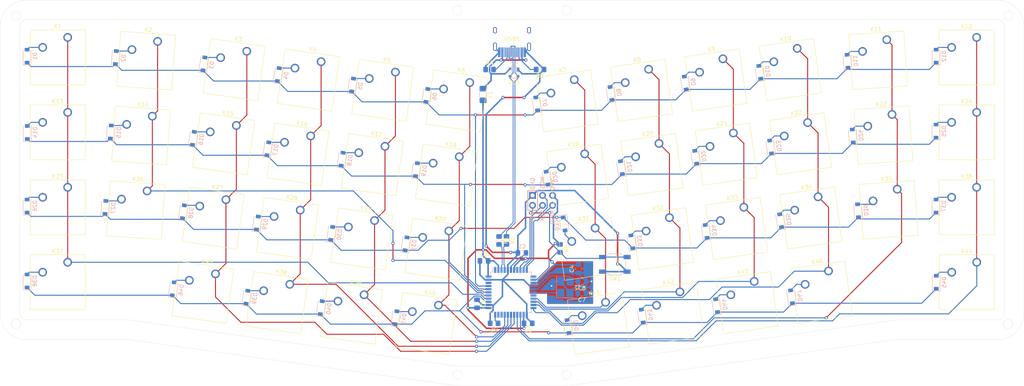
<source format=kicad_pcb>
(kicad_pcb (version 20171130) (host pcbnew 5.1.10-88a1d61d58~88~ubuntu20.04.1)
  (layers (0 F.Cu signal) (31 B.Cu signal) (34 B.Paste user) (35 F.Paste user) (36 B.SilkS user) (37 F.SilkS user) (38 B.Mask user) (39 F.Mask user) (44 Edge.Cuts user))
  (net 0 "")
  (net 1 +5V)
  (net 2 VCC)
  (net 3 "Net-(D1-Pad2)")
  (net 4 "Net-(D2-Pad2)")
  (net 5 "Net-(D3-Pad2)")
  (net 6 "Net-(D4-Pad2)")
  (net 7 row0)
  (net 8 row1)
  (net 9 row2)
  (net 10 row3)
  (net 11 "Net-(D5-Pad2)")
  (net 12 "Net-(D6-Pad2)")
  (net 13 "Net-(D7-Pad2)")
  (net 14 "Net-(D8-Pad2)")
  (net 15 "Net-(D9-Pad2)")
  (net 16 "Net-(D10-Pad2)")
  (net 17 "Net-(D11-Pad2)")
  (net 18 "Net-(D12-Pad2)")
  (net 19 "Net-(D14-Pad2)")
  (net 20 "Net-(D15-Pad2)")
  (net 21 "Net-(D16-Pad2)")
  (net 22 "Net-(D17-Pad2)")
  (net 23 "Net-(D18-Pad2)")
  (net 24 "Net-(D19-Pad2)")
  (net 25 "Net-(D20-Pad2)")
  (net 26 "Net-(D21-Pad2)")
  (net 27 "Net-(D22-Pad2)")
  (net 28 "Net-(D23-Pad2)")
  (net 29 "Net-(D24-Pad2)")
  (net 30 "Net-(D25-Pad2)")
  (net 31 "Net-(D26-Pad2)")
  (net 32 "Net-(D27-Pad2)")
  (net 33 "Net-(D28-Pad2)")
  (net 34 "Net-(D29-Pad2)")
  (net 35 "Net-(D30-Pad2)")
  (net 36 "Net-(D31-Pad2)")
  (net 37 "Net-(D32-Pad2)")
  (net 38 "Net-(D33-Pad2)")
  (net 39 "Net-(D34-Pad2)")
  (net 40 "Net-(D35-Pad2)")
  (net 41 "Net-(D36-Pad2)")
  (net 42 "Net-(D37-Pad2)")
  (net 43 "Net-(D38-Pad2)")
  (net 44 "Net-(D39-Pad2)")
  (net 45 "Net-(D40-Pad2)")
  (net 46 "Net-(D41-Pad2)")
  (net 47 "Net-(D42-Pad2)")
  (net 48 "Net-(D43-Pad2)")
  (net 49 "Net-(D44-Pad2)")
  (net 50 "Net-(D45-Pad2)")
  (net 51 D+)
  (net 52 D-)
  (net 53 col0)
  (net 54 col1)
  (net 55 col2)
  (net 56 col3)
  (net 57 col4)
  (net 58 col5)
  (net 59 col6)
  (net 60 col7)
  (net 61 col8)
  (net 62 col9)
  (net 63 col10)
  (net 64 col11)
  (net 65 GND)
  (net 66 "Net-(C1-Pad1)")
  (net 67 XTAL1)
  (net 68 XTAL2)
  (net 69 RESET)
  (net 70 MOSI)
  (net 71 SCK)
  (net 72 MISO)
  (net 73 "Net-(USB1-Pad3)")
  (net 74 "Net-(USB1-Pad9)")
  (net 75 DP)
  (net 76 DN)
  (net 77 "Net-(U1-Pad42)")
  (net 78 "Net-(U1-Pad32)")
  (net 79 "Net-(U1-Pad31)")
  (net 80 "Net-(U1-Pad18)")
  (net 81 "Net-(U1-Pad12)")
  (net 82 "Net-(U1-Pad8)")
  (net 83 "Net-(U1-Pad1)")
  (net 84 "Net-(R3-Pad1)")
  (net 85 "Net-(R4-Pad1)")
  (net 86 "Net-(R5-Pad2)")
  (net 87 "Net-(D46-Pad2)")
  (net 88 "Net-(D47-Pad2)")
  (module Button_Switch_Keyboard:SW_Cherry_MX_1.00u_Plate (layer F.Cu) (at 228.048928 93.764026 8)
    (fp_text reference K46 (at -2.54 -2.794 8) (layer F.SilkS))
    (fp_text value KEYSW)
    (pad "" np_thru_hole circle (at -2.54 5.08 8) (size 4 4) (drill 4) (layers *.Cu *.Mask))
    (pad 2 thru_hole circle (at -6.35 2.54 8) (size 2.2 2.2) (drill 1.5) (layers *.Cu *.Mask) (net 88 "Net-(D47-Pad2)"))
    (pad 1 thru_hole circle (at 0 0 8) (size 2.2 2.2) (drill 1.5) (layers *.Cu *.Mask) (net 62 col9))
  )
  (module Button_Switch_Keyboard:SW_Cherry_MX_1.00u_Plate (layer F.Cu) (at 72.412432 94.496135 352)
    (fp_text reference K45 (at -2.54 -2.794 172) (layer F.SilkS))
    (fp_text value KEYSW)
    (pad "" np_thru_hole circle (at -2.54 5.08 352) (size 4 4) (drill 4) (layers *.Cu *.Mask))
    (pad 2 thru_hole circle (at -6.35 2.54 352) (size 2.2 2.2) (drill 1.5) (layers *.Cu *.Mask) (net 87 "Net-(D46-Pad2)"))
    (pad 1 thru_hole circle (at 0 0 352) (size 2.2 2.2) (drill 1.5) (layers *.Cu *.Mask) (net 55 col2))
  )
  (module Diode_SMD:D_SOD-123 (layer B.Cu) (at 218.650136 100.320902 98)
    (fp_text reference D47 (at 0 2 98) (layer B.SilkS) (effects (justify mirror)))
    (fp_text value D)
    (pad 2 smd rect (at 1.65 0 98) (size 0.9 1.2) (layers B.Cu B.Paste B.Mask) (net 88 "Net-(D47-Pad2)"))
    (pad 1 smd rect (at -1.65 0 98) (size 0.9 1.2) (layers B.Cu B.Paste B.Mask) (net 10 row3))
  )
  (module Diode_SMD:D_SOD-123 (layer B.Cu) (at 61.722 98.298 82)
    (fp_text reference D46 (at 0 2 82) (layer B.SilkS) (effects (justify mirror)))
    (fp_text value D)
    (pad 2 smd rect (at 1.65 0 82) (size 0.9 1.2) (layers B.Cu B.Paste B.Mask) (net 87 "Net-(D46-Pad2)"))
    (pad 1 smd rect (at -1.65 0 82) (size 0.9 1.2) (layers B.Cu B.Paste B.Mask) (net 10 row3))
  )
  (module Inductor_SMD:L_0805_2012Metric_Pad1.15x1.40mm_HandSolder (layer B.Cu) (at 150.2195 89.154 180)
    (fp_text reference C1 (at 0 1.65) (layer B.SilkS) (effects (justify mirror)))
    (fp_text value 1u)
    (pad 2 smd roundrect (at 1.025 0 180) (size 1.15 1.4) (layers B.Cu B.Paste B.Mask) (roundrect_rratio 0.2173904347826087) (net 65 GND))
    (pad 1 smd roundrect (at -1.025 0 180) (size 1.15 1.4) (layers B.Cu B.Paste B.Mask) (roundrect_rratio 0.2173904347826087) (net 66 "Net-(C1-Pad1)"))
  )
  (module Button_Switch_Keyboard:SW_Cherry_MX_1.00u_Plate (layer F.Cu) (at 163.499231 45.123243 8)
    (fp_text reference K7 (at -2.54 -2.794 8) (layer F.SilkS))
    (fp_text value KEYSW)
    (pad "" np_thru_hole circle (at -2.54 5.08 8) (size 4 4) (drill 4) (layers *.Cu *.Mask))
    (pad 2 thru_hole circle (at -6.35 2.54 8) (size 2.2 2.2) (drill 1.5) (layers *.Cu *.Mask) (net 13 "Net-(D7-Pad2)"))
    (pad 1 thru_hole circle (at 0 0 8) (size 2.2 2.2) (drill 1.5) (layers *.Cu *.Mask) (net 59 col6))
  )
  (module Button_Switch_Keyboard:SW_Cherry_MX_1.00u_Plate (layer F.Cu) (at 34.89325 91.53525)
    (fp_text reference K37 (at -2.54 -2.794) (layer F.SilkS))
    (fp_text value KEYSW)
    (pad "" np_thru_hole circle (at -2.54 5.08) (size 4 4) (drill 4) (layers *.Cu *.Mask))
    (pad 2 thru_hole circle (at -6.35 2.54) (size 2.2 2.2) (drill 1.5) (layers *.Cu *.Mask) (net 43 "Net-(D38-Pad2)"))
    (pad 1 thru_hole circle (at 0 0) (size 2.2 2.2) (drill 1.5) (layers *.Cu *.Mask) (net 53 col0))
  )
  (module Button_Switch_Keyboard:SW_Cherry_MX_1.00u_Plate (layer F.Cu) (at 34.89325 34.38525)
    (fp_text reference K1 (at -2.54 -2.794) (layer F.SilkS))
    (fp_text value KEYSW)
    (pad "" np_thru_hole circle (at -2.54 5.08) (size 4 4) (drill 4) (layers *.Cu *.Mask))
    (pad 2 thru_hole circle (at -6.35 2.54) (size 2.2 2.2) (drill 1.5) (layers *.Cu *.Mask) (net 3 "Net-(D1-Pad2)"))
    (pad 1 thru_hole circle (at 0 0) (size 2.2 2.2) (drill 1.5) (layers *.Cu *.Mask) (net 53 col0))
  )
  (module Type-C:HRO-TYPE-C-31-M-12-HandSoldering (layer B.Cu) (at 147.7 29.972)
    (fp_text reference USB1 (at 0 4.79425) (layer F.SilkS))
    (fp_text value HRO-TYPE-C-31-M-12)
    (pad 12 smd rect (at 3.225 8.195) (size 0.6 2.45) (layers B.Cu B.Paste B.Mask) (net 65 GND))
    (pad 1 smd rect (at -3.225 8.195) (size 0.6 2.45) (layers B.Cu B.Paste B.Mask) (net 65 GND))
    (pad 11 smd rect (at 2.45 8.195) (size 0.6 2.45) (layers B.Cu B.Paste B.Mask) (net 2 VCC))
    (pad 2 smd rect (at -2.45 8.195) (size 0.6 2.45) (layers B.Cu B.Paste B.Mask) (net 2 VCC))
    (pad 3 smd rect (at -1.75 8.195) (size 0.3 2.45) (layers B.Cu B.Paste B.Mask) (net 73 "Net-(USB1-Pad3)"))
    (pad 10 smd rect (at 1.75 8.195) (size 0.3 2.45) (layers B.Cu B.Paste B.Mask) (net 84 "Net-(R3-Pad1)"))
    (pad 4 smd rect (at -1.25 8.195) (size 0.3 2.45) (layers B.Cu B.Paste B.Mask) (net 85 "Net-(R4-Pad1)"))
    (pad 9 smd rect (at 1.25 8.195) (size 0.3 2.45) (layers B.Cu B.Paste B.Mask) (net 74 "Net-(USB1-Pad9)"))
    (pad 5 smd rect (at -0.75 8.195) (size 0.3 2.45) (layers B.Cu B.Paste B.Mask) (net 76 DN))
    (pad 8 smd rect (at 0.75 8.195) (size 0.3 2.45) (layers B.Cu B.Paste B.Mask) (net 75 DP))
    (pad 7 smd rect (at 0.25 8.195) (size 0.3 2.45) (layers B.Cu B.Paste B.Mask) (net 76 DN))
    (pad 6 smd rect (at -0.25 8.195) (size 0.3 2.45) (layers B.Cu B.Paste B.Mask) (net 75 DP))
    (pad "" np_thru_hole circle (at 2.89 6.25) (size 0.65 0.65) (drill 0.65) (layers *.Cu *.Mask))
    (pad "" np_thru_hole circle (at -2.89 6.25) (size 0.65 0.65) (drill 0.65) (layers *.Cu *.Mask))
    (pad 13 thru_hole oval (at -4.32 6.78) (size 1 2.1) (drill oval 0.6 1.7) (layers *.Cu F.Mask) (net 65 GND))
    (pad 13 thru_hole oval (at 4.32 6.78) (size 1 2.1) (drill oval 0.6 1.7) (layers *.Cu F.Mask) (net 65 GND))
    (pad 13 thru_hole oval (at -4.32 2.6) (size 1 1.6) (drill oval 0.6 1.2) (layers *.Cu F.Mask) (net 65 GND))
    (pad 13 thru_hole oval (at 4.32 2.6) (size 1 1.6) (drill oval 0.6 1.2) (layers *.Cu F.Mask) (net 65 GND))
  )
  (module Button_Switch_Keyboard:SW_Cherry_MX_1.00u_Plate (layer F.Cu) (at 57.717455 35.403944 356)
    (fp_text reference K2 (at -2.54 -2.794 176) (layer F.SilkS))
    (fp_text value KEYSW)
    (pad "" np_thru_hole circle (at -2.54 5.08 356) (size 4 4) (drill 4) (layers *.Cu *.Mask))
    (pad 2 thru_hole circle (at -6.35 2.54 356) (size 2.2 2.2) (drill 1.5) (layers *.Cu *.Mask) (net 4 "Net-(D2-Pad2)"))
    (pad 1 thru_hole circle (at 0 0 356) (size 2.2 2.2) (drill 1.5) (layers *.Cu *.Mask) (net 54 col1))
  )
  (module Capacitor_SMD:C_0805_2012Metric_Pad1.18x1.45mm_HandSolder (layer B.Cu) (at 140.589 91.186 180)
    (fp_text reference C6 (at 0 1.68) (layer F.SilkS))
    (fp_text value 10uF)
    (pad 2 smd roundrect (at 1.0375 0 180) (size 1.175 1.45) (layers B.Cu B.Paste B.Mask) (roundrect_rratio 0.2127659574468085) (net 65 GND))
    (pad 1 smd roundrect (at -1.0375 0 180) (size 1.175 1.45) (layers B.Cu B.Paste B.Mask) (roundrect_rratio 0.2127659574468085) (net 1 +5V))
  )
  (module Capacitor_SMD:C_0805_2012Metric_Pad1.18x1.45mm_HandSolder (layer B.Cu) (at 151.7865 107.061)
    (fp_text reference C5 (at 0 1.68) (layer F.SilkS))
    (fp_text value 0.1uF)
    (pad 2 smd roundrect (at 1.0375 0) (size 1.175 1.45) (layers B.Cu B.Paste B.Mask) (roundrect_rratio 0.2127659574468085) (net 65 GND))
    (pad 1 smd roundrect (at -1.0375 0) (size 1.175 1.45) (layers B.Cu B.Paste B.Mask) (roundrect_rratio 0.2127659574468085) (net 1 +5V))
  )
  (module Package_QFP:TQFP-44_10x10mm_P0.8mm (layer B.Cu) (at 147.432 99.187 270)
    (fp_text reference U1 (at 0 7.45 90) (layer B.SilkS) (effects (justify mirror)))
    (fp_text value ATmega32U4-AU)
    (pad 44 smd rect (at -4 5.7 180) (size 1.5 0.55) (layers B.Cu B.Paste B.Mask) (net 1 +5V))
    (pad 43 smd rect (at -3.2 5.7 180) (size 1.5 0.55) (layers B.Cu B.Paste B.Mask) (net 65 GND))
    (pad 42 smd rect (at -2.4 5.7 180) (size 1.5 0.55) (layers B.Cu B.Paste B.Mask) (net 77 "Net-(U1-Pad42)"))
    (pad 41 smd rect (at -1.6 5.7 180) (size 1.5 0.55) (layers B.Cu B.Paste B.Mask) (net 7 row0))
    (pad 40 smd rect (at -0.8 5.7 180) (size 1.5 0.55) (layers B.Cu B.Paste B.Mask) (net 8 row1))
    (pad 39 smd rect (at 0 5.7 180) (size 1.5 0.55) (layers B.Cu B.Paste B.Mask) (net 9 row2))
    (pad 38 smd rect (at 0.8 5.7 180) (size 1.5 0.55) (layers B.Cu B.Paste B.Mask) (net 54 col1))
    (pad 37 smd rect (at 1.6 5.7 180) (size 1.5 0.55) (layers B.Cu B.Paste B.Mask) (net 53 col0))
    (pad 36 smd rect (at 2.4 5.7 180) (size 1.5 0.55) (layers B.Cu B.Paste B.Mask) (net 10 row3))
    (pad 35 smd rect (at 3.2 5.7 180) (size 1.5 0.55) (layers B.Cu B.Paste B.Mask) (net 65 GND))
    (pad 34 smd rect (at 4 5.7 180) (size 1.5 0.55) (layers B.Cu B.Paste B.Mask) (net 1 +5V))
    (pad 33 smd rect (at 5.7 4 270) (size 1.5 0.55) (layers B.Cu B.Paste B.Mask) (net 86 "Net-(R5-Pad2)"))
    (pad 32 smd rect (at 5.7 3.2 270) (size 1.5 0.55) (layers B.Cu B.Paste B.Mask) (net 78 "Net-(U1-Pad32)"))
    (pad 31 smd rect (at 5.7 2.4 270) (size 1.5 0.55) (layers B.Cu B.Paste B.Mask) (net 79 "Net-(U1-Pad31)"))
    (pad 30 smd rect (at 5.7 1.6 270) (size 1.5 0.55) (layers B.Cu B.Paste B.Mask) (net 58 col5))
    (pad 29 smd rect (at 5.7 0.8 270) (size 1.5 0.55) (layers B.Cu B.Paste B.Mask) (net 57 col4))
    (pad 28 smd rect (at 5.7 0 270) (size 1.5 0.55) (layers B.Cu B.Paste B.Mask) (net 56 col3))
    (pad 27 smd rect (at 5.7 -0.8 270) (size 1.5 0.55) (layers B.Cu B.Paste B.Mask) (net 55 col2))
    (pad 26 smd rect (at 5.7 -1.6 270) (size 1.5 0.55) (layers B.Cu B.Paste B.Mask) (net 64 col11))
    (pad 25 smd rect (at 5.7 -2.4 270) (size 1.5 0.55) (layers B.Cu B.Paste B.Mask) (net 63 col10))
    (pad 24 smd rect (at 5.7 -3.2 270) (size 1.5 0.55) (layers B.Cu B.Paste B.Mask) (net 1 +5V))
    (pad 23 smd rect (at 5.7 -4 270) (size 1.5 0.55) (layers B.Cu B.Paste B.Mask) (net 65 GND))
    (pad 22 smd rect (at 4 -5.7 180) (size 1.5 0.55) (layers B.Cu B.Paste B.Mask) (net 62 col9))
    (pad 21 smd rect (at 3.2 -5.7 180) (size 1.5 0.55) (layers B.Cu B.Paste B.Mask) (net 61 col8))
    (pad 20 smd rect (at 2.4 -5.7 180) (size 1.5 0.55) (layers B.Cu B.Paste B.Mask) (net 60 col7))
    (pad 19 smd rect (at 1.6 -5.7 180) (size 1.5 0.55) (layers B.Cu B.Paste B.Mask) (net 59 col6))
    (pad 18 smd rect (at 0.8 -5.7 180) (size 1.5 0.55) (layers B.Cu B.Paste B.Mask) (net 80 "Net-(U1-Pad18)"))
    (pad 17 smd rect (at 0 -5.7 180) (size 1.5 0.55) (layers B.Cu B.Paste B.Mask) (net 67 XTAL1))
    (pad 16 smd rect (at -0.8 -5.7 180) (size 1.5 0.55) (layers B.Cu B.Paste B.Mask) (net 68 XTAL2))
    (pad 15 smd rect (at -1.6 -5.7 180) (size 1.5 0.55) (layers B.Cu B.Paste B.Mask) (net 65 GND))
    (pad 14 smd rect (at -2.4 -5.7 180) (size 1.5 0.55) (layers B.Cu B.Paste B.Mask) (net 1 +5V))
    (pad 13 smd rect (at -3.2 -5.7 180) (size 1.5 0.55) (layers B.Cu B.Paste B.Mask) (net 69 RESET))
    (pad 12 smd rect (at -4 -5.7 180) (size 1.5 0.55) (layers B.Cu B.Paste B.Mask) (net 81 "Net-(U1-Pad12)"))
    (pad 11 smd rect (at -5.7 -4 270) (size 1.5 0.55) (layers B.Cu B.Paste B.Mask) (net 72 MISO))
    (pad 10 smd rect (at -5.7 -3.2 270) (size 1.5 0.55) (layers B.Cu B.Paste B.Mask) (net 70 MOSI))
    (pad 9 smd rect (at -5.7 -2.4 270) (size 1.5 0.55) (layers B.Cu B.Paste B.Mask) (net 71 SCK))
    (pad 8 smd rect (at -5.7 -1.6 270) (size 1.5 0.55) (layers B.Cu B.Paste B.Mask) (net 82 "Net-(U1-Pad8)"))
    (pad 7 smd rect (at -5.7 -0.8 270) (size 1.5 0.55) (layers B.Cu B.Paste B.Mask) (net 1 +5V))
    (pad 6 smd rect (at -5.7 0 270) (size 1.5 0.55) (layers B.Cu B.Paste B.Mask) (net 66 "Net-(C1-Pad1)"))
    (pad 5 smd rect (at -5.7 0.8 270) (size 1.5 0.55) (layers B.Cu B.Paste B.Mask) (net 65 GND))
    (pad 4 smd rect (at -5.7 1.6 270) (size 1.5 0.55) (layers B.Cu B.Paste B.Mask) (net 51 D+))
    (pad 3 smd rect (at -5.7 2.4 270) (size 1.5 0.55) (layers B.Cu B.Paste B.Mask) (net 52 D-))
    (pad 2 smd rect (at -5.7 3.2 270) (size 1.5 0.55) (layers B.Cu B.Paste B.Mask) (net 1 +5V))
    (pad 1 smd rect (at -5.7 4 270) (size 1.5 0.55) (layers B.Cu B.Paste B.Mask) (net 83 "Net-(U1-Pad1)"))
  )
  (module Resistor_SMD:R_0805_2012Metric_Pad1.20x1.40mm_HandSolder (layer B.Cu) (at 143.145 107.061)
    (fp_text reference R5 (at 0 1.65) (layer B.SilkS) (effects (justify mirror)))
    (fp_text value 10k)
    (pad 2 smd roundrect (at 1 0) (size 1.2 1.4) (layers B.Cu B.Paste B.Mask) (roundrect_rratio 0.2083325) (net 86 "Net-(R5-Pad2)"))
    (pad 1 smd roundrect (at -1 0) (size 1.2 1.4) (layers B.Cu B.Paste B.Mask) (roundrect_rratio 0.2083325) (net 65 GND))
  )
  (module Button_Switch_Keyboard:SW_Cherry_MX_1.00u_Plate (layer F.Cu) (at 34.89325 53.43525)
    (fp_text reference K13 (at -2.54 -2.794) (layer F.SilkS))
    (fp_text value KEYSW)
    (pad "" np_thru_hole circle (at -2.54 5.08) (size 4 4) (drill 4) (layers *.Cu *.Mask))
    (pad 2 thru_hole circle (at -6.35 2.54) (size 2.2 2.2) (drill 1.5) (layers *.Cu *.Mask) (net 19 "Net-(D14-Pad2)"))
    (pad 1 thru_hole circle (at 0 0) (size 2.2 2.2) (drill 1.5) (layers *.Cu *.Mask) (net 53 col0))
  )
  (module random-keyboard-parts:SOT143B (layer B.Cu) (at 148.209 43.307 180)
    (fp_text reference D13 (at 0 -2.45) (layer F.SilkS))
    (fp_text value PRTR5V0U2X)
    (pad 1 smd rect (at -1 0.75 270) (size 1 0.7) (layers B.Cu B.Paste B.Mask) (net 65 GND))
    (pad 4 smd rect (at 1 0.95 270) (size 0.6 0.7) (layers B.Cu B.Paste B.Mask) (net 2 VCC))
    (pad 2 smd rect (at -1 -0.95 270) (size 0.6 0.7) (layers B.Cu B.Paste B.Mask) (net 75 DP))
    (pad 3 smd rect (at 1 -0.95 270) (size 0.6 0.7) (layers B.Cu B.Paste B.Mask) (net 76 DN))
  )
  (module Crystal:Crystal_SMD_3225-4Pin_3.2x2.5mm_HandSoldering (layer B.Cu) (at 161.2335 97.87475 90)
    (fp_text reference Y1 (at 0 3.05 90) (layer F.SilkS))
    (fp_text value XTAL)
    (pad 4 smd rect (at -1.45 1.15 90) (size 2.1 1.8) (layers B.Cu B.Paste B.Mask) (net 65 GND))
    (pad 3 smd rect (at 1.45 1.15 90) (size 2.1 1.8) (layers B.Cu B.Paste B.Mask) (net 68 XTAL2))
    (pad 2 smd rect (at 1.45 -1.15 90) (size 2.1 1.8) (layers B.Cu B.Paste B.Mask) (net 65 GND))
    (pad 1 smd rect (at -1.45 -1.15 90) (size 2.1 1.8) (layers B.Cu B.Paste B.Mask) (net 67 XTAL1))
  )
  (module Button_Switch_SMD:SW_SPST_SKQG_WithStem (layer B.Cu) (at 173.7995 92.075)
    (fp_text reference SW1 (at 0 3.6) (layer F.SilkS))
    (fp_text value SW_PUSH)
    (pad 2 smd rect (at 3.1 -1.85) (size 1.8 1.1) (layers B.Cu B.Paste B.Mask) (net 69 RESET))
    (pad 2 smd rect (at -3.1 -1.85) (size 1.8 1.1) (layers B.Cu B.Paste B.Mask) (net 69 RESET))
    (pad 1 smd rect (at 3.1 1.85) (size 1.8 1.1) (layers B.Cu B.Paste B.Mask) (net 65 GND))
    (pad 1 smd rect (at -3.1 1.85) (size 1.8 1.1) (layers B.Cu B.Paste B.Mask) (net 65 GND))
  )
  (module Resistor_SMD:R_0805_2012Metric_Pad1.20x1.40mm_HandSolder (layer B.Cu) (at 142.002 42.545 180)
    (fp_text reference R4 (at 0 1.65) (layer F.SilkS))
    (fp_text value 5.1k)
    (pad 2 smd roundrect (at 1 0 180) (size 1.2 1.4) (layers B.Cu B.Paste B.Mask) (roundrect_rratio 0.2083325) (net 65 GND))
    (pad 1 smd roundrect (at -1 0 180) (size 1.2 1.4) (layers B.Cu B.Paste B.Mask) (roundrect_rratio 0.2083325) (net 85 "Net-(R4-Pad1)"))
  )
  (module Resistor_SMD:R_0805_2012Metric_Pad1.20x1.40mm_HandSolder (layer B.Cu) (at 154.813 42.545)
    (fp_text reference R3 (at 0 1.65) (layer F.SilkS))
    (fp_text value 5.1k)
    (pad 2 smd roundrect (at 1 0) (size 1.2 1.4) (layers B.Cu B.Paste B.Mask) (roundrect_rratio 0.2083325) (net 65 GND))
    (pad 1 smd roundrect (at -1 0) (size 1.2 1.4) (layers B.Cu B.Paste B.Mask) (roundrect_rratio 0.2083325) (net 84 "Net-(R3-Pad1)"))
  )
  (module Resistor_SMD:R_0805_2012Metric_Pad1.20x1.40mm_HandSolder (layer B.Cu) (at 146.304 85.99475 90)
    (fp_text reference R2 (at 0 1.65 90) (layer F.SilkS))
    (fp_text value 22)
    (pad 2 smd roundrect (at 1 0 90) (size 1.2 1.4) (layers B.Cu B.Paste B.Mask) (roundrect_rratio 0.2083325) (net 75 DP))
    (pad 1 smd roundrect (at -1 0 90) (size 1.2 1.4) (layers B.Cu B.Paste B.Mask) (roundrect_rratio 0.2083325) (net 51 D+))
  )
  (module Resistor_SMD:R_0805_2012Metric_Pad1.20x1.40mm_HandSolder (layer B.Cu) (at 144.399 85.99475 90)
    (fp_text reference R1 (at 0 1.65 90) (layer F.SilkS))
    (fp_text value 22)
    (pad 2 smd roundrect (at 1 0 90) (size 1.2 1.4) (layers B.Cu B.Paste B.Mask) (roundrect_rratio 0.2083325) (net 76 DN))
    (pad 1 smd roundrect (at -1 0 90) (size 1.2 1.4) (layers B.Cu B.Paste B.Mask) (roundrect_rratio 0.2083325) (net 52 D-))
  )
  (module Resistor_SMD:R_0805_2012Metric_Pad1.20x1.40mm_HandSolder (layer B.Cu) (at 159.893 88.011 90)
    (fp_text reference R6 (at 0 1.65 90) (layer F.SilkS))
    (fp_text value 10k)
    (pad 2 smd roundrect (at 1 0 90) (size 1.2 1.4) (layers B.Cu B.Paste B.Mask) (roundrect_rratio 0.2083325) (net 1 +5V))
    (pad 1 smd roundrect (at -1 0 90) (size 1.2 1.4) (layers B.Cu B.Paste B.Mask) (roundrect_rratio 0.2083325) (net 69 RESET))
  )
  (module Button_Switch_Keyboard:SW_Cherry_MX_1.00u_Plate (layer F.Cu) (at 265.684 91.53525)
    (fp_text reference K44 (at -2.54 -2.794) (layer F.SilkS))
    (fp_text value KEYSW)
    (pad "" np_thru_hole circle (at -2.54 5.08) (size 4 4) (drill 4) (layers *.Cu *.Mask))
    (pad 2 thru_hole circle (at -6.35 2.54) (size 2.2 2.2) (drill 1.5) (layers *.Cu *.Mask) (net 50 "Net-(D45-Pad2)"))
    (pad 1 thru_hole circle (at 0 0) (size 2.2 2.2) (drill 1.5) (layers *.Cu *.Mask) (net 64 col11))
  )
  (module Button_Switch_Keyboard:SW_Cherry_MX_1.00u_Plate (layer F.Cu) (at 209.182186 96.414568 8)
    (fp_text reference K43 (at -2.54 -2.794 8) (layer F.SilkS))
    (fp_text value KEYSW)
    (pad "" np_thru_hole circle (at -2.54 5.08 8) (size 4 4) (drill 4) (layers *.Cu *.Mask))
    (pad 2 thru_hole circle (at -6.35 2.54 8) (size 2.2 2.2) (drill 1.5) (layers *.Cu *.Mask) (net 49 "Net-(D44-Pad2)"))
    (pad 1 thru_hole circle (at 0 0 8) (size 2.2 2.2) (drill 1.5) (layers *.Cu *.Mask) (net 61 col8))
  )
  (module Button_Switch_Keyboard:SW_Cherry_MX_1.00u_Plate (layer F.Cu) (at 190.317581 99.065815 8)
    (fp_text reference K42 (at -2.54 -2.794 8) (layer F.SilkS))
    (fp_text value KEYSW)
    (pad "" np_thru_hole circle (at -2.54 5.08 8) (size 4 4) (drill 4) (layers *.Cu *.Mask))
    (pad 2 thru_hole circle (at -6.35 2.54 8) (size 2.2 2.2) (drill 1.5) (layers *.Cu *.Mask) (net 48 "Net-(D43-Pad2)"))
    (pad 1 thru_hole circle (at 0 0 8) (size 2.2 2.2) (drill 1.5) (layers *.Cu *.Mask) (net 60 col7))
  )
  (module Button_Switch_Keyboard:SW_Cherry_MX_1.00u_Plate (layer F.Cu) (at 171.452974 101.717063 8)
    (fp_text reference K41 (at -2.54 -2.794 8) (layer F.SilkS))
    (fp_text value KEYSW)
    (pad "" np_thru_hole circle (at -2.54 5.08 8) (size 4 4) (drill 4) (layers *.Cu *.Mask))
    (pad 2 thru_hole circle (at -6.35 2.54 8) (size 2.2 2.2) (drill 1.5) (layers *.Cu *.Mask) (net 47 "Net-(D42-Pad2)"))
    (pad 1 thru_hole circle (at 0 0 8) (size 2.2 2.2) (drill 1.5) (layers *.Cu *.Mask) (net 59 col6))
  )
  (module Button_Switch_Keyboard:SW_Cherry_MX_1.00u_Plate (layer F.Cu) (at 129.032 102.45725 352)
    (fp_text reference K40 (at -2.54 -2.794 172) (layer F.SilkS))
    (fp_text value KEYSW)
    (pad "" np_thru_hole circle (at -2.54 5.08 352) (size 4 4) (drill 4) (layers *.Cu *.Mask))
    (pad 2 thru_hole circle (at -6.35 2.54 352) (size 2.2 2.2) (drill 1.5) (layers *.Cu *.Mask) (net 46 "Net-(D41-Pad2)"))
    (pad 1 thru_hole circle (at 0 0 352) (size 2.2 2.2) (drill 1.5) (layers *.Cu *.Mask) (net 58 col5))
  )
  (module Button_Switch_Keyboard:SW_Cherry_MX_1.00u_Plate (layer F.Cu) (at 110.142897 99.798737 352)
    (fp_text reference K39 (at -2.54 -2.794 172) (layer F.SilkS))
    (fp_text value KEYSW)
    (pad "" np_thru_hole circle (at -2.54 5.08 352) (size 4 4) (drill 4) (layers *.Cu *.Mask))
    (pad 2 thru_hole circle (at -6.35 2.54 352) (size 2.2 2.2) (drill 1.5) (layers *.Cu *.Mask) (net 45 "Net-(D40-Pad2)"))
    (pad 1 thru_hole circle (at 0 0 352) (size 2.2 2.2) (drill 1.5) (layers *.Cu *.Mask) (net 57 col4))
  )
  (module Button_Switch_Keyboard:SW_Cherry_MX_1.00u_Plate (layer F.Cu) (at 91.278291 97.147489 352)
    (fp_text reference K38 (at -2.54 -2.794 172) (layer F.SilkS))
    (fp_text value KEYSW)
    (pad "" np_thru_hole circle (at -2.54 5.08 352) (size 4 4) (drill 4) (layers *.Cu *.Mask))
    (pad 2 thru_hole circle (at -6.35 2.54 352) (size 2.2 2.2) (drill 1.5) (layers *.Cu *.Mask) (net 44 "Net-(D39-Pad2)"))
    (pad 1 thru_hole circle (at 0 0 352) (size 2.2 2.2) (drill 1.5) (layers *.Cu *.Mask) (net 56 col3))
  )
  (module Button_Switch_Keyboard:SW_Cherry_MX_1.00u_Plate (layer F.Cu) (at 265.65225 72.48525)
    (fp_text reference K36 (at -2.54 -2.794) (layer F.SilkS))
    (fp_text value KEYSW)
    (pad "" np_thru_hole circle (at -2.54 5.08) (size 4 4) (drill 4) (layers *.Cu *.Mask))
    (pad 2 thru_hole circle (at -6.35 2.54) (size 2.2 2.2) (drill 1.5) (layers *.Cu *.Mask) (net 42 "Net-(D37-Pad2)"))
    (pad 1 thru_hole circle (at 0 0) (size 2.2 2.2) (drill 1.5) (layers *.Cu *.Mask) (net 64 col11))
  )
  (module Button_Switch_Keyboard:SW_Cherry_MX_1.00u_Plate (layer F.Cu) (at 245.498247 72.971769 4)
    (fp_text reference K35 (at -2.54 -2.794 4) (layer F.SilkS))
    (fp_text value KEYSW)
    (pad "" np_thru_hole circle (at -2.54 5.08 4) (size 4 4) (drill 4) (layers *.Cu *.Mask))
    (pad 2 thru_hole circle (at -6.35 2.54 4) (size 2.2 2.2) (drill 1.5) (layers *.Cu *.Mask) (net 41 "Net-(D36-Pad2)"))
    (pad 1 thru_hole circle (at 0 0 4) (size 2.2 2.2) (drill 1.5) (layers *.Cu *.Mask) (net 63 col10))
  )
  (module Button_Switch_Keyboard:SW_Cherry_MX_1.00u_Plate (layer F.Cu) (at 225.395545 74.898713 8)
    (fp_text reference K34 (at -2.54 -2.794 8) (layer F.SilkS))
    (fp_text value KEYSW)
    (pad "" np_thru_hole circle (at -2.54 5.08 8) (size 4 4) (drill 4) (layers *.Cu *.Mask))
    (pad 2 thru_hole circle (at -6.35 2.54 8) (size 2.2 2.2) (drill 1.5) (layers *.Cu *.Mask) (net 40 "Net-(D35-Pad2)"))
    (pad 1 thru_hole circle (at 0 0 8) (size 2.2 2.2) (drill 1.5) (layers *.Cu *.Mask) (net 62 col9))
  )
  (module Button_Switch_Keyboard:SW_Cherry_MX_1.00u_Plate (layer F.Cu) (at 206.544188 77.55441 8)
    (fp_text reference K33 (at -2.54 -2.794 8) (layer F.SilkS))
    (fp_text value KEYSW)
    (pad "" np_thru_hole circle (at -2.54 5.08 8) (size 4 4) (drill 4) (layers *.Cu *.Mask))
    (pad 2 thru_hole circle (at -6.35 2.54 8) (size 2.2 2.2) (drill 1.5) (layers *.Cu *.Mask) (net 39 "Net-(D34-Pad2)"))
    (pad 1 thru_hole circle (at 0 0 8) (size 2.2 2.2) (drill 1.5) (layers *.Cu *.Mask) (net 61 col8))
  )
  (module Button_Switch_Keyboard:SW_Cherry_MX_1.00u_Plate (layer F.Cu) (at 187.666333 80.201208 8)
    (fp_text reference K32 (at -2.54 -2.794 8) (layer F.SilkS))
    (fp_text value KEYSW)
    (pad "" np_thru_hole circle (at -2.54 5.08 8) (size 4 4) (drill 4) (layers *.Cu *.Mask))
    (pad 2 thru_hole circle (at -6.35 2.54 8) (size 2.2 2.2) (drill 1.5) (layers *.Cu *.Mask) (net 38 "Net-(D33-Pad2)"))
    (pad 1 thru_hole circle (at 0 0 8) (size 2.2 2.2) (drill 1.5) (layers *.Cu *.Mask) (net 60 col7))
  )
  (module Button_Switch_Keyboard:SW_Cherry_MX_1.00u_Plate (layer F.Cu) (at 168.801726 82.852456 8)
    (fp_text reference K31 (at -2.54 -2.794 8) (layer F.SilkS))
    (fp_text value KEYSW)
    (pad "" np_thru_hole circle (at -2.54 5.08 8) (size 4 4) (drill 4) (layers *.Cu *.Mask))
    (pad 2 thru_hole circle (at -6.35 2.54 8) (size 2.2 2.2) (drill 1.5) (layers *.Cu *.Mask) (net 37 "Net-(D32-Pad2)"))
    (pad 1 thru_hole circle (at 0 0 8) (size 2.2 2.2) (drill 1.5) (layers *.Cu *.Mask) (net 59 col6))
  )
  (module Button_Switch_Keyboard:SW_Cherry_MX_1.00u_Plate (layer F.Cu) (at 131.658752 83.585377 352)
    (fp_text reference K30 (at -2.54 -2.794 172) (layer F.SilkS))
    (fp_text value KEYSW)
    (pad "" np_thru_hole circle (at -2.54 5.08 352) (size 4 4) (drill 4) (layers *.Cu *.Mask))
    (pad 2 thru_hole circle (at -6.35 2.54 352) (size 2.2 2.2) (drill 1.5) (layers *.Cu *.Mask) (net 36 "Net-(D31-Pad2)"))
    (pad 1 thru_hole circle (at 0 0 352) (size 2.2 2.2) (drill 1.5) (layers *.Cu *.Mask) (net 58 col5))
  )
  (module Button_Switch_Keyboard:SW_Cherry_MX_1.00u_Plate (layer F.Cu) (at 112.794145 80.93413 352)
    (fp_text reference K29 (at -2.54 -2.794 172) (layer F.SilkS))
    (fp_text value KEYSW)
    (pad "" np_thru_hole circle (at -2.54 5.08 352) (size 4 4) (drill 4) (layers *.Cu *.Mask))
    (pad 2 thru_hole circle (at -6.35 2.54 352) (size 2.2 2.2) (drill 1.5) (layers *.Cu *.Mask) (net 35 "Net-(D30-Pad2)"))
    (pad 1 thru_hole circle (at 0 0 352) (size 2.2 2.2) (drill 1.5) (layers *.Cu *.Mask) (net 57 col4))
  )
  (module Button_Switch_Keyboard:SW_Cherry_MX_1.00u_Plate (layer F.Cu) (at 93.929538 78.282882 352)
    (fp_text reference K28 (at -2.54 -2.794 172) (layer F.SilkS))
    (fp_text value KEYSW)
    (pad "" np_thru_hole circle (at -2.54 5.08 352) (size 4 4) (drill 4) (layers *.Cu *.Mask))
    (pad 2 thru_hole circle (at -6.35 2.54 352) (size 2.2 2.2) (drill 1.5) (layers *.Cu *.Mask) (net 34 "Net-(D29-Pad2)"))
    (pad 1 thru_hole circle (at 0 0 352) (size 2.2 2.2) (drill 1.5) (layers *.Cu *.Mask) (net 56 col3))
  )
  (module Button_Switch_Keyboard:SW_Cherry_MX_1.00u_Plate (layer F.Cu) (at 75.064932 75.631635 352)
    (fp_text reference K27 (at -2.54 -2.794 172) (layer F.SilkS))
    (fp_text value KEYSW)
    (pad "" np_thru_hole circle (at -2.54 5.08 352) (size 4 4) (drill 4) (layers *.Cu *.Mask))
    (pad 2 thru_hole circle (at -6.35 2.54 352) (size 2.2 2.2) (drill 1.5) (layers *.Cu *.Mask) (net 33 "Net-(D28-Pad2)"))
    (pad 1 thru_hole circle (at 0 0 352) (size 2.2 2.2) (drill 1.5) (layers *.Cu *.Mask) (net 55 col2))
  )
  (module Button_Switch_Keyboard:SW_Cherry_MX_1.00u_Plate (layer F.Cu) (at 55.059734 73.411134 356)
    (fp_text reference K26 (at -2.54 -2.794 176) (layer F.SilkS))
    (fp_text value KEYSW)
    (pad "" np_thru_hole circle (at -2.54 5.08 356) (size 4 4) (drill 4) (layers *.Cu *.Mask))
    (pad 2 thru_hole circle (at -6.35 2.54 356) (size 2.2 2.2) (drill 1.5) (layers *.Cu *.Mask) (net 32 "Net-(D27-Pad2)"))
    (pad 1 thru_hole circle (at 0 0 356) (size 2.2 2.2) (drill 1.5) (layers *.Cu *.Mask) (net 54 col1))
  )
  (module Button_Switch_Keyboard:SW_Cherry_MX_1.00u_Plate (layer F.Cu) (at 34.89325 72.48525)
    (fp_text reference K25 (at -2.54 -2.794) (layer F.SilkS))
    (fp_text value KEYSW)
    (pad "" np_thru_hole circle (at -2.54 5.08) (size 4 4) (drill 4) (layers *.Cu *.Mask))
    (pad 2 thru_hole circle (at -6.35 2.54) (size 2.2 2.2) (drill 1.5) (layers *.Cu *.Mask) (net 31 "Net-(D26-Pad2)"))
    (pad 1 thru_hole circle (at 0 0) (size 2.2 2.2) (drill 1.5) (layers *.Cu *.Mask) (net 53 col0))
  )
  (module Button_Switch_Keyboard:SW_Cherry_MX_1.00u_Plate (layer F.Cu) (at 265.65225 53.43525)
    (fp_text reference K24 (at -2.54 -2.794) (layer F.SilkS))
    (fp_text value KEYSW)
    (pad "" np_thru_hole circle (at -2.54 5.08) (size 4 4) (drill 4) (layers *.Cu *.Mask))
    (pad 2 thru_hole circle (at -6.35 2.54) (size 2.2 2.2) (drill 1.5) (layers *.Cu *.Mask) (net 30 "Net-(D25-Pad2)"))
    (pad 1 thru_hole circle (at 0 0) (size 2.2 2.2) (drill 1.5) (layers *.Cu *.Mask) (net 64 col11))
  )
  (module Button_Switch_Keyboard:SW_Cherry_MX_1.00u_Plate (layer F.Cu) (at 244.169386 53.968174 4)
    (fp_text reference K23 (at -2.54 -2.794 4) (layer F.SilkS))
    (fp_text value KEYSW)
    (pad "" np_thru_hole circle (at -2.54 5.08 4) (size 4 4) (drill 4) (layers *.Cu *.Mask))
    (pad 2 thru_hole circle (at -6.35 2.54 4) (size 2.2 2.2) (drill 1.5) (layers *.Cu *.Mask) (net 29 "Net-(D24-Pad2)"))
    (pad 1 thru_hole circle (at 0 0 4) (size 2.2 2.2) (drill 1.5) (layers *.Cu *.Mask) (net 63 col10))
  )
  (module Button_Switch_Keyboard:SW_Cherry_MX_1.00u_Plate (layer F.Cu) (at 222.744299 56.034107 8)
    (fp_text reference K22 (at -2.54 -2.794 8) (layer F.SilkS))
    (fp_text value KEYSW)
    (pad "" np_thru_hole circle (at -2.54 5.08 8) (size 4 4) (drill 4) (layers *.Cu *.Mask))
    (pad 2 thru_hole circle (at -6.35 2.54 8) (size 2.2 2.2) (drill 1.5) (layers *.Cu *.Mask) (net 28 "Net-(D23-Pad2)"))
    (pad 1 thru_hole circle (at 0 0 8) (size 2.2 2.2) (drill 1.5) (layers *.Cu *.Mask) (net 62 col9))
  )
  (module Button_Switch_Keyboard:SW_Cherry_MX_1.00u_Plate (layer F.Cu) (at 203.89207 58.683614 8)
    (fp_text reference K21 (at -2.54 -2.794 8) (layer F.SilkS))
    (fp_text value KEYSW)
    (pad "" np_thru_hole circle (at -2.54 5.08 8) (size 4 4) (drill 4) (layers *.Cu *.Mask))
    (pad 2 thru_hole circle (at -6.35 2.54 8) (size 2.2 2.2) (drill 1.5) (layers *.Cu *.Mask) (net 27 "Net-(D22-Pad2)"))
    (pad 1 thru_hole circle (at 0 0 8) (size 2.2 2.2) (drill 1.5) (layers *.Cu *.Mask) (net 61 col8))
  )
  (module Button_Switch_Keyboard:SW_Cherry_MX_1.00u_Plate (layer F.Cu) (at 185.015085 61.336601 8)
    (fp_text reference K20 (at -2.54 -2.794 8) (layer F.SilkS))
    (fp_text value KEYSW)
    (pad "" np_thru_hole circle (at -2.54 5.08 8) (size 4 4) (drill 4) (layers *.Cu *.Mask))
    (pad 2 thru_hole circle (at -6.35 2.54 8) (size 2.2 2.2) (drill 1.5) (layers *.Cu *.Mask) (net 26 "Net-(D21-Pad2)"))
    (pad 1 thru_hole circle (at 0 0 8) (size 2.2 2.2) (drill 1.5) (layers *.Cu *.Mask) (net 60 col7))
  )
  (module Button_Switch_Keyboard:SW_Cherry_MX_1.00u_Plate (layer F.Cu) (at 166.15048 63.987849 8)
    (fp_text reference K19 (at -2.54 -2.794 8) (layer F.SilkS))
    (fp_text value KEYSW)
    (pad "" np_thru_hole circle (at -2.54 5.08 8) (size 4 4) (drill 4) (layers *.Cu *.Mask))
    (pad 2 thru_hole circle (at -6.35 2.54 8) (size 2.2 2.2) (drill 1.5) (layers *.Cu *.Mask) (net 25 "Net-(D20-Pad2)"))
    (pad 1 thru_hole circle (at 0 0 8) (size 2.2 2.2) (drill 1.5) (layers *.Cu *.Mask) (net 59 col6))
  )
  (module Button_Switch_Keyboard:SW_Cherry_MX_1.00u_Plate (layer F.Cu) (at 134.309999 64.720771 352)
    (fp_text reference K18 (at -2.54 -2.794 172) (layer F.SilkS))
    (fp_text value KEYSW)
    (pad "" np_thru_hole circle (at -2.54 5.08 352) (size 4 4) (drill 4) (layers *.Cu *.Mask))
    (pad 2 thru_hole circle (at -6.35 2.54 352) (size 2.2 2.2) (drill 1.5) (layers *.Cu *.Mask) (net 24 "Net-(D19-Pad2)"))
    (pad 1 thru_hole circle (at 0 0 352) (size 2.2 2.2) (drill 1.5) (layers *.Cu *.Mask) (net 58 col5))
  )
  (module Button_Switch_Keyboard:SW_Cherry_MX_1.00u_Plate (layer F.Cu) (at 115.445393 62.069523 352)
    (fp_text reference K17 (at -2.54 -2.794 172) (layer F.SilkS))
    (fp_text value KEYSW)
    (pad "" np_thru_hole circle (at -2.54 5.08 352) (size 4 4) (drill 4) (layers *.Cu *.Mask))
    (pad 2 thru_hole circle (at -6.35 2.54 352) (size 2.2 2.2) (drill 1.5) (layers *.Cu *.Mask) (net 23 "Net-(D18-Pad2)"))
    (pad 1 thru_hole circle (at 0 0 352) (size 2.2 2.2) (drill 1.5) (layers *.Cu *.Mask) (net 57 col4))
  )
  (module Button_Switch_Keyboard:SW_Cherry_MX_1.00u_Plate (layer F.Cu) (at 96.580786 59.418276 352)
    (fp_text reference K16 (at -2.54 -2.794 172) (layer F.SilkS))
    (fp_text value KEYSW)
    (pad "" np_thru_hole circle (at -2.54 5.08 352) (size 4 4) (drill 4) (layers *.Cu *.Mask))
    (pad 2 thru_hole circle (at -6.35 2.54 352) (size 2.2 2.2) (drill 1.5) (layers *.Cu *.Mask) (net 22 "Net-(D17-Pad2)"))
    (pad 1 thru_hole circle (at 0 0 352) (size 2.2 2.2) (drill 1.5) (layers *.Cu *.Mask) (net 56 col3))
  )
  (module Button_Switch_Keyboard:SW_Cherry_MX_1.00u_Plate (layer F.Cu) (at 77.716179 56.767028 352)
    (fp_text reference K15 (at -2.54 -2.794 172) (layer F.SilkS))
    (fp_text value KEYSW)
    (pad "" np_thru_hole circle (at -2.54 5.08 352) (size 4 4) (drill 4) (layers *.Cu *.Mask))
    (pad 2 thru_hole circle (at -6.35 2.54 352) (size 2.2 2.2) (drill 1.5) (layers *.Cu *.Mask) (net 21 "Net-(D16-Pad2)"))
    (pad 1 thru_hole circle (at 0 0 352) (size 2.2 2.2) (drill 1.5) (layers *.Cu *.Mask) (net 55 col2))
  )
  (module Button_Switch_Keyboard:SW_Cherry_MX_1.00u_Plate (layer F.Cu) (at 56.388594 54.407539 356)
    (fp_text reference K14 (at -2.54 -2.794 176) (layer F.SilkS))
    (fp_text value KEYSW)
    (pad "" np_thru_hole circle (at -2.54 5.08 356) (size 4 4) (drill 4) (layers *.Cu *.Mask))
    (pad 2 thru_hole circle (at -6.35 2.54 356) (size 2.2 2.2) (drill 1.5) (layers *.Cu *.Mask) (net 20 "Net-(D15-Pad2)"))
    (pad 1 thru_hole circle (at 0 0 356) (size 2.2 2.2) (drill 1.5) (layers *.Cu *.Mask) (net 54 col1))
  )
  (module Button_Switch_Keyboard:SW_Cherry_MX_1.00u_Plate (layer F.Cu) (at 265.65225 34.38525)
    (fp_text reference K12 (at -2.54 -2.794) (layer F.SilkS))
    (fp_text value KEYSW)
    (pad "" np_thru_hole circle (at -2.54 5.08) (size 4 4) (drill 4) (layers *.Cu *.Mask))
    (pad 2 thru_hole circle (at -6.35 2.54) (size 2.2 2.2) (drill 1.5) (layers *.Cu *.Mask) (net 18 "Net-(D12-Pad2)"))
    (pad 1 thru_hole circle (at 0 0) (size 2.2 2.2) (drill 1.5) (layers *.Cu *.Mask) (net 64 col11))
  )
  (module Button_Switch_Keyboard:SW_Cherry_MX_1.00u_Plate (layer F.Cu) (at 242.840525 34.964579 4)
    (fp_text reference K11 (at -2.54 -2.794 4) (layer F.SilkS))
    (fp_text value KEYSW)
    (pad "" np_thru_hole circle (at -2.54 5.08 4) (size 4 4) (drill 4) (layers *.Cu *.Mask))
    (pad 2 thru_hole circle (at -6.35 2.54 4) (size 2.2 2.2) (drill 1.5) (layers *.Cu *.Mask) (net 17 "Net-(D11-Pad2)"))
    (pad 1 thru_hole circle (at 0 0 4) (size 2.2 2.2) (drill 1.5) (layers *.Cu *.Mask) (net 63 col10))
  )
  (module Button_Switch_Keyboard:SW_Cherry_MX_1.00u_Plate (layer F.Cu) (at 220.093052 37.1695 8)
    (fp_text reference K10 (at -2.54 -2.794 8) (layer F.SilkS))
    (fp_text value KEYSW)
    (pad "" np_thru_hole circle (at -2.54 5.08 8) (size 4 4) (drill 4) (layers *.Cu *.Mask))
    (pad 2 thru_hole circle (at -6.35 2.54 8) (size 2.2 2.2) (drill 1.5) (layers *.Cu *.Mask) (net 16 "Net-(D10-Pad2)"))
    (pad 1 thru_hole circle (at 0 0 8) (size 2.2 2.2) (drill 1.5) (layers *.Cu *.Mask) (net 62 col9))
  )
  (module Button_Switch_Keyboard:SW_Cherry_MX_1.00u_Plate (layer F.Cu) (at 201.241693 39.825197 8)
    (fp_text reference K9 (at -2.54 -2.794 8) (layer F.SilkS))
    (fp_text value KEYSW)
    (pad "" np_thru_hole circle (at -2.54 5.08 8) (size 4 4) (drill 4) (layers *.Cu *.Mask))
    (pad 2 thru_hole circle (at -6.35 2.54 8) (size 2.2 2.2) (drill 1.5) (layers *.Cu *.Mask) (net 15 "Net-(D9-Pad2)"))
    (pad 1 thru_hole circle (at 0 0 8) (size 2.2 2.2) (drill 1.5) (layers *.Cu *.Mask) (net 61 col8))
  )
  (module Button_Switch_Keyboard:SW_Cherry_MX_1.00u_Plate (layer F.Cu) (at 182.377086 42.476444 8)
    (fp_text reference K8 (at -2.54 -2.794 8) (layer F.SilkS))
    (fp_text value KEYSW)
    (pad "" np_thru_hole circle (at -2.54 5.08 8) (size 4 4) (drill 4) (layers *.Cu *.Mask))
    (pad 2 thru_hole circle (at -6.35 2.54 8) (size 2.2 2.2) (drill 1.5) (layers *.Cu *.Mask) (net 14 "Net-(D8-Pad2)"))
    (pad 1 thru_hole circle (at 0 0 8) (size 2.2 2.2) (drill 1.5) (layers *.Cu *.Mask) (net 60 col7))
  )
  (module Button_Switch_Keyboard:SW_Cherry_MX_1.00u_Plate (layer F.Cu) (at 136.961247 45.856164 352)
    (fp_text reference K6 (at -2.54 -2.794 172) (layer F.SilkS))
    (fp_text value KEYSW)
    (pad "" np_thru_hole circle (at -2.54 5.08 352) (size 4 4) (drill 4) (layers *.Cu *.Mask))
    (pad 2 thru_hole circle (at -6.35 2.54 352) (size 2.2 2.2) (drill 1.5) (layers *.Cu *.Mask) (net 12 "Net-(D6-Pad2)"))
    (pad 1 thru_hole circle (at 0 0 352) (size 2.2 2.2) (drill 1.5) (layers *.Cu *.Mask) (net 58 col5))
  )
  (module Button_Switch_Keyboard:SW_Cherry_MX_1.00u_Plate (layer F.Cu) (at 118.09664 43.204916 352)
    (fp_text reference K5 (at -2.54 -2.794 172) (layer F.SilkS))
    (fp_text value KEYSW)
    (pad "" np_thru_hole circle (at -2.54 5.08 352) (size 4 4) (drill 4) (layers *.Cu *.Mask))
    (pad 2 thru_hole circle (at -6.35 2.54 352) (size 2.2 2.2) (drill 1.5) (layers *.Cu *.Mask) (net 11 "Net-(D5-Pad2)"))
    (pad 1 thru_hole circle (at 0 0 352) (size 2.2 2.2) (drill 1.5) (layers *.Cu *.Mask) (net 57 col4))
  )
  (module Button_Switch_Keyboard:SW_Cherry_MX_1.00u_Plate (layer F.Cu) (at 99.232033 40.553669 352)
    (fp_text reference K4 (at -2.54 -2.794 172) (layer F.SilkS))
    (fp_text value KEYSW)
    (pad "" np_thru_hole circle (at -2.54 5.08 352) (size 4 4) (drill 4) (layers *.Cu *.Mask))
    (pad 2 thru_hole circle (at -6.35 2.54 352) (size 2.2 2.2) (drill 1.5) (layers *.Cu *.Mask) (net 6 "Net-(D4-Pad2)"))
    (pad 1 thru_hole circle (at 0 0 352) (size 2.2 2.2) (drill 1.5) (layers *.Cu *.Mask) (net 56 col3))
  )
  (module Button_Switch_Keyboard:SW_Cherry_MX_1.00u_Plate (layer F.Cu) (at 80.367427 37.902421 352)
    (fp_text reference K3 (at -2.54 -2.794 172) (layer F.SilkS))
    (fp_text value KEYSW)
    (pad "" np_thru_hole circle (at -2.54 5.08 352) (size 4 4) (drill 4) (layers *.Cu *.Mask))
    (pad 2 thru_hole circle (at -6.35 2.54 352) (size 2.2 2.2) (drill 1.5) (layers *.Cu *.Mask) (net 5 "Net-(D3-Pad2)"))
    (pad 1 thru_hole circle (at 0 0 352) (size 2.2 2.2) (drill 1.5) (layers *.Cu *.Mask) (net 55 col2))
  )
  (module random-keyboard-parts:Reset_Pretty-Mask (layer B.Cu) (at 155.448 75.819 90)
    (fp_text reference J1)
    (fp_text value AVR-ISP-6)
    (fp_text user MISO (at -4.25 2.5 90) (layer B.SilkS) (effects (justify mirror)))
    (fp_text user VCC (at 4 2.5 90) (layer B.SilkS) (effects (justify mirror)))
    (fp_text user SCK (at -4 0 90) (layer B.SilkS) (effects (justify mirror)))
    (fp_text user MOSI (at 4.25 0 90) (layer B.SilkS) (effects (justify mirror)))
    (fp_text user RST (at -4.25 -2.5 90) (layer B.SilkS) (effects (justify mirror)))
    (fp_text user GND (at 4.25 -2.5 90) (layer B.SilkS) (effects (justify mirror)))
    (pad 6 thru_hole rect (at 1.27 -2.54 90) (size 1.7 1.7) (drill 1) (layers *.Cu B.Mask) (net 65 GND))
    (pad 5 thru_hole circle (at -1.27 -2.54 90) (size 1.7 1.7) (drill 1) (layers *.Cu B.Mask) (net 69 RESET))
    (pad 4 thru_hole circle (at 1.27 0 90) (size 1.7 1.7) (drill 1) (layers *.Cu B.Mask) (net 70 MOSI))
    (pad 3 thru_hole circle (at -1.27 0 90) (size 1.7 1.7) (drill 1) (layers *.Cu B.Mask) (net 71 SCK))
    (pad 2 thru_hole circle (at 1.27 2.54 90) (size 1.7 1.7) (drill 1) (layers *.Cu B.Mask) (net 1 +5V))
    (pad 1 thru_hole circle (at -1.27 2.54 90) (size 1.7 1.7) (drill 1) (layers *.Cu B.Mask) (net 72 MISO))
  )
  (module Fuse:Fuse_1206_3216Metric_Pad1.42x1.75mm_HandSolder (layer B.Cu) (at 140.335 48.895 90)
    (fp_text reference F1 (at 0 1.82 90) (layer F.SilkS))
    (fp_text value 500m)
    (pad 2 smd roundrect (at 1.4875 0 90) (size 1.425 1.75) (layers B.Cu B.Paste B.Mask) (roundrect_rratio 0.1754385964912281) (net 2 VCC))
    (pad 1 smd roundrect (at -1.4875 0 90) (size 1.425 1.75) (layers B.Cu B.Paste B.Mask) (roundrect_rratio 0.1754385964912281) (net 1 +5V))
  )
  (module Capacitor_SMD:C_0805_2012Metric_Pad1.18x1.45mm_HandSolder (layer B.Cu) (at 164.592 93.218 270)
    (fp_text reference C4 (at 0 1.68 90) (layer F.SilkS))
    (fp_text value 0.1uF)
    (pad 2 smd roundrect (at 1.0375 0 270) (size 1.175 1.45) (layers B.Cu B.Paste B.Mask) (roundrect_rratio 0.2127659574468085) (net 65 GND))
    (pad 1 smd roundrect (at -1.0375 0 270) (size 1.175 1.45) (layers B.Cu B.Paste B.Mask) (roundrect_rratio 0.2127659574468085) (net 1 +5V))
  )
  (module Capacitor_SMD:C_0805_2012Metric_Pad1.18x1.45mm_HandSolder (layer B.Cu) (at 138.811 102.0865 90)
    (fp_text reference C3 (at 0 1.68 90) (layer F.SilkS))
    (fp_text value 0.1uF)
    (pad 2 smd roundrect (at 1.0375 0 90) (size 1.175 1.45) (layers B.Cu B.Paste B.Mask) (roundrect_rratio 0.2127659574468085) (net 65 GND))
    (pad 1 smd roundrect (at -1.0375 0 90) (size 1.175 1.45) (layers B.Cu B.Paste B.Mask) (roundrect_rratio 0.2127659574468085) (net 1 +5V))
  )
  (module Capacitor_SMD:C_0805_2012Metric_Pad1.18x1.45mm_HandSolder (layer B.Cu) (at 165.4595 96.42475)
    (fp_text reference C8 (at 0 1.68) (layer F.SilkS))
    (fp_text value 22pF)
    (pad 2 smd roundrect (at 1.0375 0) (size 1.175 1.45) (layers B.Cu B.Paste B.Mask) (roundrect_rratio 0.2127659574468085) (net 65 GND))
    (pad 1 smd roundrect (at -1.0375 0) (size 1.175 1.45) (layers B.Cu B.Paste B.Mask) (roundrect_rratio 0.2127659574468085) (net 68 XTAL2))
  )
  (module Capacitor_SMD:C_0805_2012Metric_Pad1.18x1.45mm_HandSolder (layer B.Cu) (at 165.439 99.40925)
    (fp_text reference C7 (at 0 1.68) (layer F.SilkS))
    (fp_text value 22pF)
    (pad 2 smd roundrect (at 1.0375 0) (size 1.175 1.45) (layers B.Cu B.Paste B.Mask) (roundrect_rratio 0.2127659574468085) (net 65 GND))
    (pad 1 smd roundrect (at -1.0375 0) (size 1.175 1.45) (layers B.Cu B.Paste B.Mask) (roundrect_rratio 0.2127659574468085) (net 67 XTAL1))
  )
  (module Diode_SMD:D_SOD-123 (layer B.Cu) (at 255.397 96.61525 90)
    (fp_text reference D45 (at 0 2 90) (layer B.SilkS) (effects (justify mirror)))
    (fp_text value D)
    (pad 2 smd rect (at 1.65 0 90) (size 0.9 1.2) (layers B.Cu B.Paste B.Mask) (net 50 "Net-(D45-Pad2)"))
    (pad 1 smd rect (at -1.65 0 90) (size 0.9 1.2) (layers B.Cu B.Paste B.Mask) (net 10 row3))
  )
  (module Diode_SMD:D_SOD-123 (layer B.Cu) (at 199.62667 102.566812 98)
    (fp_text reference D44 (at 0 2 98) (layer B.SilkS) (effects (justify mirror)))
    (fp_text value D)
    (pad 2 smd rect (at 1.65 0 98) (size 0.9 1.2) (layers B.Cu B.Paste B.Mask) (net 49 "Net-(D44-Pad2)"))
    (pad 1 smd rect (at -1.65 0 98) (size 0.9 1.2) (layers B.Cu B.Paste B.Mask) (net 10 row3))
  )
  (module Diode_SMD:D_SOD-123 (layer B.Cu) (at 180.762064 105.218059 98)
    (fp_text reference D43 (at 0 2 98) (layer B.SilkS) (effects (justify mirror)))
    (fp_text value D)
    (pad 2 smd rect (at 1.65 0 98) (size 0.9 1.2) (layers B.Cu B.Paste B.Mask) (net 48 "Net-(D43-Pad2)"))
    (pad 1 smd rect (at -1.65 0 98) (size 0.9 1.2) (layers B.Cu B.Paste B.Mask) (net 10 row3))
  )
  (module Diode_SMD:D_SOD-123 (layer B.Cu) (at 161.897457 107.869307 98)
    (fp_text reference D42 (at 0 2 98) (layer B.SilkS) (effects (justify mirror)))
    (fp_text value D)
    (pad 2 smd rect (at 1.65 0 98) (size 0.9 1.2) (layers B.Cu B.Paste B.Mask) (net 47 "Net-(D42-Pad2)"))
    (pad 1 smd rect (at -1.65 0 98) (size 0.9 1.2) (layers B.Cu B.Paste B.Mask) (net 10 row3))
  )
  (module Diode_SMD:D_SOD-123 (layer B.Cu) (at 118.237 105.63225 82)
    (fp_text reference D41 (at 0 2 82) (layer B.SilkS) (effects (justify mirror)))
    (fp_text value D)
    (pad 2 smd rect (at 1.65 0 82) (size 0.9 1.2) (layers B.Cu B.Paste B.Mask) (net 46 "Net-(D41-Pad2)"))
    (pad 1 smd rect (at -1.65 0 82) (size 0.9 1.2) (layers B.Cu B.Paste B.Mask) (net 10 row3))
  )
  (module Diode_SMD:D_SOD-123 (layer B.Cu) (at 99.261757 103.078796 82)
    (fp_text reference D40 (at 0 2 82) (layer B.SilkS) (effects (justify mirror)))
    (fp_text value D)
    (pad 2 smd rect (at 1.65 0 82) (size 0.9 1.2) (layers B.Cu B.Paste B.Mask) (net 45 "Net-(D40-Pad2)"))
    (pad 1 smd rect (at -1.65 0 82) (size 0.9 1.2) (layers B.Cu B.Paste B.Mask) (net 10 row3))
  )
  (module Diode_SMD:D_SOD-123 (layer B.Cu) (at 80.39715 100.427548 82)
    (fp_text reference D39 (at 0 2 82) (layer B.SilkS) (effects (justify mirror)))
    (fp_text value D)
    (pad 2 smd rect (at 1.65 0 82) (size 0.9 1.2) (layers B.Cu B.Paste B.Mask) (net 44 "Net-(D39-Pad2)"))
    (pad 1 smd rect (at -1.65 0 82) (size 0.9 1.2) (layers B.Cu B.Paste B.Mask) (net 10 row3))
  )
  (module Diode_SMD:D_SOD-123 (layer B.Cu) (at 24.5745 96.29775 90)
    (fp_text reference D38 (at 0 2 90) (layer B.SilkS) (effects (justify mirror)))
    (fp_text value D)
    (pad 2 smd rect (at 1.65 0 90) (size 0.9 1.2) (layers B.Cu B.Paste B.Mask) (net 43 "Net-(D38-Pad2)"))
    (pad 1 smd rect (at -1.65 0 90) (size 0.9 1.2) (layers B.Cu B.Paste B.Mask) (net 10 row3))
  )
  (module Diode_SMD:D_SOD-123 (layer B.Cu) (at 255.3335 77.24775 90)
    (fp_text reference D37 (at 0 2 90) (layer B.SilkS) (effects (justify mirror)))
    (fp_text value D)
    (pad 2 smd rect (at 1.65 0 90) (size 0.9 1.2) (layers B.Cu B.Paste B.Mask) (net 42 "Net-(D37-Pad2)"))
    (pad 1 smd rect (at -1.65 0 90) (size 0.9 1.2) (layers B.Cu B.Paste B.Mask) (net 9 row2))
  )
  (module Diode_SMD:D_SOD-123 (layer B.Cu) (at 235.536848 78.442467 94)
    (fp_text reference D36 (at 0 2 94) (layer B.SilkS) (effects (justify mirror)))
    (fp_text value D)
    (pad 2 smd rect (at 1.65 0 94) (size 0.9 1.2) (layers B.Cu B.Paste B.Mask) (net 41 "Net-(D36-Pad2)"))
    (pad 1 smd rect (at -1.65 0 94) (size 0.9 1.2) (layers B.Cu B.Paste B.Mask) (net 9 row2))
  )
  (module Diode_SMD:D_SOD-123 (layer B.Cu) (at 215.888614 80.977582 98)
    (fp_text reference D35 (at 0 2 98) (layer B.SilkS) (effects (justify mirror)))
    (fp_text value D)
    (pad 2 smd rect (at 1.65 0 98) (size 0.9 1.2) (layers B.Cu B.Paste B.Mask) (net 40 "Net-(D35-Pad2)"))
    (pad 1 smd rect (at -1.65 0 98) (size 0.9 1.2) (layers B.Cu B.Paste B.Mask) (net 9 row2))
  )
  (module Diode_SMD:D_SOD-123 (layer B.Cu) (at 196.975424 83.702205 98)
    (fp_text reference D34 (at 0 2 98) (layer B.SilkS) (effects (justify mirror)))
    (fp_text value D)
    (pad 2 smd rect (at 1.65 0 98) (size 0.9 1.2) (layers B.Cu B.Paste B.Mask) (net 39 "Net-(D34-Pad2)"))
    (pad 1 smd rect (at -1.65 0 98) (size 0.9 1.2) (layers B.Cu B.Paste B.Mask) (net 9 row2))
  )
  (module Diode_SMD:D_SOD-123 (layer B.Cu) (at 178.110816 86.353452 98)
    (fp_text reference D33 (at 0 2 98) (layer B.SilkS) (effects (justify mirror)))
    (fp_text value D)
    (pad 2 smd rect (at 1.65 0 98) (size 0.9 1.2) (layers B.Cu B.Paste B.Mask) (net 38 "Net-(D33-Pad2)"))
    (pad 1 smd rect (at -1.65 0 98) (size 0.9 1.2) (layers B.Cu B.Paste B.Mask) (net 9 row2))
  )
  (module Diode_SMD:D_SOD-123 (layer B.Cu) (at 160.933364 81.805058 278)
    (fp_text reference D32 (at 0 2 98) (layer B.SilkS) (effects (justify mirror)))
    (fp_text value D)
    (pad 2 smd rect (at 1.65 0 278) (size 0.9 1.2) (layers B.Cu B.Paste B.Mask) (net 37 "Net-(D32-Pad2)"))
    (pad 1 smd rect (at -1.65 0 278) (size 0.9 1.2) (layers B.Cu B.Paste B.Mask) (net 9 row2))
  )
  (module Diode_SMD:D_SOD-123 (layer B.Cu) (at 120.777611 86.865437 82)
    (fp_text reference D31 (at 0 2 82) (layer B.SilkS) (effects (justify mirror)))
    (fp_text value D)
    (pad 2 smd rect (at 1.65 0 82) (size 0.9 1.2) (layers B.Cu B.Paste B.Mask) (net 36 "Net-(D31-Pad2)"))
    (pad 1 smd rect (at -1.65 0 82) (size 0.9 1.2) (layers B.Cu B.Paste B.Mask) (net 9 row2))
  )
  (module Diode_SMD:D_SOD-123 (layer B.Cu) (at 101.913005 84.214189 82)
    (fp_text reference D30 (at 0 2 82) (layer B.SilkS) (effects (justify mirror)))
    (fp_text value D)
    (pad 2 smd rect (at 1.65 0 82) (size 0.9 1.2) (layers B.Cu B.Paste B.Mask) (net 35 "Net-(D30-Pad2)"))
    (pad 1 smd rect (at -1.65 0 82) (size 0.9 1.2) (layers B.Cu B.Paste B.Mask) (net 9 row2))
  )
  (module Diode_SMD:D_SOD-123 (layer B.Cu) (at 83.048398 81.562942 82)
    (fp_text reference D29 (at 0 2 82) (layer B.SilkS) (effects (justify mirror)))
    (fp_text value D)
    (pad 2 smd rect (at 1.65 0 82) (size 0.9 1.2) (layers B.Cu B.Paste B.Mask) (net 34 "Net-(D29-Pad2)"))
    (pad 1 smd rect (at -1.65 0 82) (size 0.9 1.2) (layers B.Cu B.Paste B.Mask) (net 9 row2))
  )
  (module Diode_SMD:D_SOD-123 (layer B.Cu) (at 64.262 78.70825 82)
    (fp_text reference D28 (at 0 2 82) (layer B.SilkS) (effects (justify mirror)))
    (fp_text value D)
    (pad 2 smd rect (at 1.65 0 82) (size 0.9 1.2) (layers B.Cu B.Paste B.Mask) (net 33 "Net-(D28-Pad2)"))
    (pad 1 smd rect (at -1.65 0 82) (size 0.9 1.2) (layers B.Cu B.Paste B.Mask) (net 9 row2))
  )
  (module Diode_SMD:D_SOD-123 (layer B.Cu) (at 44.461902 77.591981 86)
    (fp_text reference D27 (at 0 2 86) (layer B.SilkS) (effects (justify mirror)))
    (fp_text value D)
    (pad 2 smd rect (at 1.65 0 86) (size 0.9 1.2) (layers B.Cu B.Paste B.Mask) (net 32 "Net-(D27-Pad2)"))
    (pad 1 smd rect (at -1.65 0 86) (size 0.9 1.2) (layers B.Cu B.Paste B.Mask) (net 9 row2))
  )
  (module Diode_SMD:D_SOD-123 (layer B.Cu) (at 24.5745 77.24775 90)
    (fp_text reference D26 (at 0 2 90) (layer B.SilkS) (effects (justify mirror)))
    (fp_text value D)
    (pad 2 smd rect (at 1.65 0 90) (size 0.9 1.2) (layers B.Cu B.Paste B.Mask) (net 31 "Net-(D26-Pad2)"))
    (pad 1 smd rect (at -1.65 0 90) (size 0.9 1.2) (layers B.Cu B.Paste B.Mask) (net 9 row2))
  )
  (module Diode_SMD:D_SOD-123 (layer B.Cu) (at 255.3335 58.19775 90)
    (fp_text reference D25 (at 0 2 90) (layer B.SilkS) (effects (justify mirror)))
    (fp_text value D)
    (pad 2 smd rect (at 1.65 0 90) (size 0.9 1.2) (layers B.Cu B.Paste B.Mask) (net 30 "Net-(D25-Pad2)"))
    (pad 1 smd rect (at -1.65 0 90) (size 0.9 1.2) (layers B.Cu B.Paste B.Mask) (net 8 row1))
  )
  (module Diode_SMD:D_SOD-123 (layer B.Cu) (at 234.207987 59.438872 94)
    (fp_text reference D24 (at 0 2 94) (layer B.SilkS) (effects (justify mirror)))
    (fp_text value D)
    (pad 2 smd rect (at 1.65 0 94) (size 0.9 1.2) (layers B.Cu B.Paste B.Mask) (net 29 "Net-(D24-Pad2)"))
    (pad 1 smd rect (at -1.65 0 94) (size 0.9 1.2) (layers B.Cu B.Paste B.Mask) (net 8 row1))
  )
  (module Diode_SMD:D_SOD-123 (layer B.Cu) (at 213.364365 62.239975 98)
    (fp_text reference D23 (at 0 2 98) (layer B.SilkS) (effects (justify mirror)))
    (fp_text value D)
    (pad 2 smd rect (at 1.65 0 98) (size 0.9 1.2) (layers B.Cu B.Paste B.Mask) (net 28 "Net-(D23-Pad2)"))
    (pad 1 smd rect (at -1.65 0 98) (size 0.9 1.2) (layers B.Cu B.Paste B.Mask) (net 8 row1))
  )
  (module Diode_SMD:D_SOD-123 (layer B.Cu) (at 194.324176 64.837598 98)
    (fp_text reference D22 (at 0 2 98) (layer B.SilkS) (effects (justify mirror)))
    (fp_text value D)
    (pad 2 smd rect (at 1.65 0 98) (size 0.9 1.2) (layers B.Cu B.Paste B.Mask) (net 27 "Net-(D22-Pad2)"))
    (pad 1 smd rect (at -1.65 0 98) (size 0.9 1.2) (layers B.Cu B.Paste B.Mask) (net 8 row1))
  )
  (module Diode_SMD:D_SOD-123 (layer B.Cu) (at 175.45957 67.488846 98)
    (fp_text reference D21 (at 0 2 98) (layer B.SilkS) (effects (justify mirror)))
    (fp_text value D)
    (pad 2 smd rect (at 1.65 0 98) (size 0.9 1.2) (layers B.Cu B.Paste B.Mask) (net 26 "Net-(D21-Pad2)"))
    (pad 1 smd rect (at -1.65 0 98) (size 0.9 1.2) (layers B.Cu B.Paste B.Mask) (net 8 row1))
  )
  (module Diode_SMD:D_SOD-123 (layer B.Cu) (at 156.594962 70.140093 98)
    (fp_text reference D20 (at 0 2 98) (layer B.SilkS) (effects (justify mirror)))
    (fp_text value D)
    (pad 2 smd rect (at 1.65 0 98) (size 0.9 1.2) (layers B.Cu B.Paste B.Mask) (net 25 "Net-(D20-Pad2)"))
    (pad 1 smd rect (at -1.65 0 98) (size 0.9 1.2) (layers B.Cu B.Paste B.Mask) (net 8 row1))
  )
  (module Diode_SMD:D_SOD-123 (layer B.Cu) (at 123.428859 68.00083 82)
    (fp_text reference D19 (at 0 2 82) (layer B.SilkS) (effects (justify mirror)))
    (fp_text value D)
    (pad 2 smd rect (at 1.65 0 82) (size 0.9 1.2) (layers B.Cu B.Paste B.Mask) (net 24 "Net-(D19-Pad2)"))
    (pad 1 smd rect (at -1.65 0 82) (size 0.9 1.2) (layers B.Cu B.Paste B.Mask) (net 8 row1))
  )
  (module Diode_SMD:D_SOD-123 (layer B.Cu) (at 104.564252 65.349582 82)
    (fp_text reference D18 (at 0 2 82) (layer B.SilkS) (effects (justify mirror)))
    (fp_text value D)
    (pad 2 smd rect (at 1.65 0 82) (size 0.9 1.2) (layers B.Cu B.Paste B.Mask) (net 23 "Net-(D18-Pad2)"))
    (pad 1 smd rect (at -1.65 0 82) (size 0.9 1.2) (layers B.Cu B.Paste B.Mask) (net 8 row1))
  )
  (module Diode_SMD:D_SOD-123 (layer B.Cu) (at 85.699645 62.698335 82)
    (fp_text reference D17 (at 0 2 82) (layer B.SilkS) (effects (justify mirror)))
    (fp_text value D)
    (pad 2 smd rect (at 1.65 0 82) (size 0.9 1.2) (layers B.Cu B.Paste B.Mask) (net 22 "Net-(D17-Pad2)"))
    (pad 1 smd rect (at -1.65 0 82) (size 0.9 1.2) (layers B.Cu B.Paste B.Mask) (net 8 row1))
  )
  (module Diode_SMD:D_SOD-123 (layer B.Cu) (at 66.802 60.03925 82)
    (fp_text reference D16 (at 0 2 82) (layer B.SilkS) (effects (justify mirror)))
    (fp_text value D)
    (pad 2 smd rect (at 1.65 0 82) (size 0.9 1.2) (layers B.Cu B.Paste B.Mask) (net 21 "Net-(D16-Pad2)"))
    (pad 1 smd rect (at -1.65 0 82) (size 0.9 1.2) (layers B.Cu B.Paste B.Mask) (net 8 row1))
  )
  (module Diode_SMD:D_SOD-123 (layer B.Cu) (at 45.835098 58.425019 86)
    (fp_text reference D15 (at 0 2 86) (layer B.SilkS) (effects (justify mirror)))
    (fp_text value D)
    (pad 2 smd rect (at 1.65 0 86) (size 0.9 1.2) (layers B.Cu B.Paste B.Mask) (net 20 "Net-(D15-Pad2)"))
    (pad 1 smd rect (at -1.65 0 86) (size 0.9 1.2) (layers B.Cu B.Paste B.Mask) (net 8 row1))
  )
  (module Diode_SMD:D_SOD-123 (layer B.Cu) (at 24.638 58.547 90)
    (fp_text reference D14 (at 0 2 90) (layer B.SilkS) (effects (justify mirror)))
    (fp_text value D)
    (pad 2 smd rect (at 1.65 0 90) (size 0.9 1.2) (layers B.Cu B.Paste B.Mask) (net 19 "Net-(D14-Pad2)"))
    (pad 1 smd rect (at -1.65 0 90) (size 0.9 1.2) (layers B.Cu B.Paste B.Mask) (net 8 row1))
  )
  (module Diode_SMD:D_SOD-123 (layer B.Cu) (at 255.36525 39.14675 90)
    (fp_text reference D12 (at 0 2 90) (layer B.SilkS) (effects (justify mirror)))
    (fp_text value D)
    (pad 2 smd rect (at 1.65 0 90) (size 0.9 1.2) (layers B.Cu B.Paste B.Mask) (net 18 "Net-(D12-Pad2)"))
    (pad 1 smd rect (at -1.65 0 90) (size 0.9 1.2) (layers B.Cu B.Paste B.Mask) (net 7 row0))
  )
  (module Diode_SMD:D_SOD-123 (layer B.Cu) (at 232.879126 40.435277 94)
    (fp_text reference D11 (at 0 2 94) (layer B.SilkS) (effects (justify mirror)))
    (fp_text value D)
    (pad 2 smd rect (at 1.65 0 94) (size 0.9 1.2) (layers B.Cu B.Paste B.Mask) (net 17 "Net-(D11-Pad2)"))
    (pad 1 smd rect (at -1.65 0 94) (size 0.9 1.2) (layers B.Cu B.Paste B.Mask) (net 7 row0))
  )
  (module Diode_SMD:D_SOD-123 (layer B.Cu) (at 210.586118 43.248368 98)
    (fp_text reference D10 (at 0 2 98) (layer B.SilkS) (effects (justify mirror)))
    (fp_text value D)
    (pad 2 smd rect (at 1.65 0 98) (size 0.9 1.2) (layers B.Cu B.Paste B.Mask) (net 16 "Net-(D10-Pad2)"))
    (pad 1 smd rect (at -1.65 0 98) (size 0.9 1.2) (layers B.Cu B.Paste B.Mask) (net 7 row0))
  )
  (module Diode_SMD:D_SOD-123 (layer B.Cu) (at 191.672929 45.972991 98)
    (fp_text reference D9 (at 0 2 98) (layer B.SilkS) (effects (justify mirror)))
    (fp_text value D)
    (pad 2 smd rect (at 1.65 0 98) (size 0.9 1.2) (layers B.Cu B.Paste B.Mask) (net 15 "Net-(D9-Pad2)"))
    (pad 1 smd rect (at -1.65 0 98) (size 0.9 1.2) (layers B.Cu B.Paste B.Mask) (net 7 row0))
  )
  (module Diode_SMD:D_SOD-123 (layer B.Cu) (at 172.821569 48.628689 98)
    (fp_text reference D8 (at 0 2 98) (layer B.SilkS) (effects (justify mirror)))
    (fp_text value D)
    (pad 2 smd rect (at 1.65 0 98) (size 0.9 1.2) (layers B.Cu B.Paste B.Mask) (net 14 "Net-(D8-Pad2)"))
    (pad 1 smd rect (at -1.65 0 98) (size 0.9 1.2) (layers B.Cu B.Paste B.Mask) (net 7 row0))
  )
  (module Diode_SMD:D_SOD-123 (layer B.Cu) (at 153.956963 51.279936 98)
    (fp_text reference D7 (at 0 2 98) (layer B.SilkS) (effects (justify mirror)))
    (fp_text value D)
    (pad 2 smd rect (at 1.65 0 98) (size 0.9 1.2) (layers B.Cu B.Paste B.Mask) (net 13 "Net-(D7-Pad2)"))
    (pad 1 smd rect (at -1.65 0 98) (size 0.9 1.2) (layers B.Cu B.Paste B.Mask) (net 7 row0))
  )
  (module Diode_SMD:D_SOD-123 (layer B.Cu) (at 126.080106 49.136223 82)
    (fp_text reference D6 (at 0 2 82) (layer B.SilkS) (effects (justify mirror)))
    (fp_text value D)
    (pad 2 smd rect (at 1.65 0 82) (size 0.9 1.2) (layers B.Cu B.Paste B.Mask) (net 12 "Net-(D6-Pad2)"))
    (pad 1 smd rect (at -1.65 0 82) (size 0.9 1.2) (layers B.Cu B.Paste B.Mask) (net 7 row0))
  )
  (module Diode_SMD:D_SOD-123 (layer B.Cu) (at 107.2155 46.484976 82)
    (fp_text reference D5 (at 0 2 82) (layer B.SilkS) (effects (justify mirror)))
    (fp_text value D)
    (pad 2 smd rect (at 1.65 0 82) (size 0.9 1.2) (layers B.Cu B.Paste B.Mask) (net 11 "Net-(D5-Pad2)"))
    (pad 1 smd rect (at -1.65 0 82) (size 0.9 1.2) (layers B.Cu B.Paste B.Mask) (net 7 row0))
  )
  (module Diode_SMD:D_SOD-123 (layer B.Cu) (at 88.350893 43.833728 82)
    (fp_text reference D4 (at 0 2 82) (layer B.SilkS) (effects (justify mirror)))
    (fp_text value D)
    (pad 2 smd rect (at 1.65 0 82) (size 0.9 1.2) (layers B.Cu B.Paste B.Mask) (net 6 "Net-(D4-Pad2)"))
    (pad 1 smd rect (at -1.65 0 82) (size 0.9 1.2) (layers B.Cu B.Paste B.Mask) (net 7 row0))
  )
  (module Diode_SMD:D_SOD-123 (layer B.Cu) (at 69.469 41.11625 82)
    (fp_text reference D3 (at 0 2 82) (layer B.SilkS) (effects (justify mirror)))
    (fp_text value D)
    (pad 2 smd rect (at 1.65 0 82) (size 0.9 1.2) (layers B.Cu B.Paste B.Mask) (net 5 "Net-(D3-Pad2)"))
    (pad 1 smd rect (at -1.65 0 82) (size 0.9 1.2) (layers B.Cu B.Paste B.Mask) (net 7 row0))
  )
  (module Diode_SMD:D_SOD-123 (layer B.Cu) (at 47.117 39.497 86)
    (fp_text reference D2 (at 0 2 86) (layer B.SilkS) (effects (justify mirror)))
    (fp_text value D)
    (pad 2 smd rect (at 1.65 0 86) (size 0.9 1.2) (layers B.Cu B.Paste B.Mask) (net 4 "Net-(D2-Pad2)"))
    (pad 1 smd rect (at -1.65 0 86) (size 0.9 1.2) (layers B.Cu B.Paste B.Mask) (net 7 row0))
  )
  (module Diode_SMD:D_SOD-123 (layer B.Cu) (at 24.5745 39.14775 90)
    (fp_text reference D1 (at 0 2 270) (layer B.SilkS) (effects (justify mirror)))
    (fp_text value D)
    (pad 2 smd rect (at 1.65 0 90) (size 0.9 1.2) (layers B.Cu B.Paste B.Mask) (net 3 "Net-(D1-Pad2)"))
    (pad 1 smd rect (at -1.65 0 90) (size 0.9 1.2) (layers B.Cu B.Paste B.Mask) (net 7 row0))
  )
  (gr_arc (start 271.018 31.55) (end 277.669 31.55) (angle -90) (layer Edge.Cuts) (width 0.05))
  (gr_circle (center 273.685 28.829) (end 274.885 28.829) (layer Edge.Cuts) (width 0.05))
  (gr_line (start 271.018 24.899) (end 24.383 24.899) (layer Edge.Cuts) (width 0.05))
  (gr_line (start 277.669 104.521) (end 277.669 31.55) (layer Edge.Cuts) (width 0.05))
  (gr_line (start 271.018 111.172) (end 245.364 111.172) (layer Edge.Cuts) (width 0.05))
  (gr_arc (start 271.018 104.521) (end 271.018 111.172) (angle -90) (layer Edge.Cuts) (width 0.05))
  (gr_circle (center 273.685 107.245) (end 274.885 107.245) (layer Edge.Cuts) (width 0.05))
  (gr_line (start 161.544 122.983) (end 245.364 111.172) (layer Edge.Cuts) (width 0.05))
  (gr_circle (center 161.544 120.142) (end 162.744 120.142) (layer Edge.Cuts) (width 0.05))
  (gr_circle (center 133.858 120.142) (end 135.058 120.142) (layer Edge.Cuts) (width 0.05))
  (gr_line (start 133.985 122.983) (end 161.544 122.983) (layer Edge.Cuts) (width 0.05))
  (gr_line (start 133.985 122.983) (end 50.165 111.172) (layer Edge.Cuts) (width 0.05))
  (gr_line (start 24.383 111.172) (end 50.165 111.172) (layer Edge.Cuts) (width 0.05))
  (gr_arc (start 24.383 104.521) (end 17.732 104.521) (angle -90) (layer Edge.Cuts) (width 0.05))
  (gr_circle (center 21.787 107.188) (end 22.987 107.188) (layer Edge.Cuts) (width 0.05))
  (gr_line (start 17.732 31.55) (end 17.732 104.521) (layer Edge.Cuts) (width 0.05))
  (gr_circle (center 21.787 28.829) (end 22.987 28.829) (layer Edge.Cuts) (width 0.05))
  (gr_arc (start 24.383 31.55) (end 24.383 24.899) (angle -90) (layer Edge.Cuts) (width 0.05))
  (gr_circle (center 161.544 27.432) (end 162.744 27.432) (layer Edge.Cuts) (width 0.05))
  (gr_circle (center 133.858 27.432) (end 135.058 27.432) (layer Edge.Cuts) (width 0.05))
  (gr_line (start 24.383 106.172) (end 50.165 106.172) (layer Edge.Cuts) (width 0.05))
  (gr_line (start 22.732 31.55) (end 22.732 104.521) (layer Edge.Cuts) (width 0.05))
  (gr_line (start 271.018 29.899) (end 24.383 29.899) (layer Edge.Cuts) (width 0.05))
  (gr_line (start 272.669 104.521) (end 272.669 31.55) (layer Edge.Cuts) (width 0.05))
  (gr_line (start 271.018 106.172) (end 245.364 106.172) (layer Edge.Cuts) (width 0.05))
  (gr_arc (start 271.018 31.55) (end 272.669 31.55) (angle -90) (layer Edge.Cuts) (width 0.05))
  (gr_arc (start 271.018 104.521) (end 271.018 106.172) (angle -90) (layer Edge.Cuts) (width 0.05))
  (gr_arc (start 24.383 104.521) (end 22.732 104.521) (angle -90) (layer Edge.Cuts) (width 0.05))
  (gr_arc (start 24.383 31.55) (end 24.383 29.899) (angle -90) (layer Edge.Cuts) (width 0.05))
  (gr_line (start 133.985 117.983) (end 161.544 117.983) (layer Edge.Cuts) (width 0.05))
  (gr_line (start 161.544 117.983) (end 245.364 106.172) (layer Edge.Cuts) (width 0.05))
  (gr_line (start 133.985 117.983) (end 50.165 106.172) (layer Edge.Cuts) (width 0.05))
  (segment (start 154.03823 96.787) (end 158.64473 92.1805) (width 0.381) (layer B.Cu) (net 1))
  (segment (start 153.132 96.787) (end 154.03823 96.787) (width 0.381) (layer B.Cu) (net 1))
  (segment (start 140.335 50.3825) (end 140.335 88.392) (width 0.381) (layer B.Cu) (net 1))
  (segment (start 141.6265 95.0815) (end 141.732 95.187) (width 0.381) (layer B.Cu) (net 1))
  (segment (start 141.6265 91.186) (end 141.6265 95.0815) (width 0.381) (layer B.Cu) (net 1))
  (segment (start 143.062 91.186) (end 141.6265 91.186) (width 0.381) (layer B.Cu) (net 1))
  (segment (start 144.232 92.356) (end 143.062 91.186) (width 0.381) (layer B.Cu) (net 1))
  (segment (start 144.232 93.487) (end 144.232 92.356) (width 0.381) (layer B.Cu) (net 1))
  (segment (start 140.335 88.392) (end 140.335 88.392) (width 0.381) (layer B.Cu) (net 1))
  (via (at 140.335 88.392) (size 0.8) (drill 0.4) (layers F.Cu B.Cu) (net 1))
  (segment (start 151.13 90.551) (end 156.337 90.551) (width 0.381) (layer F.Cu) (net 1))
  (via (at 151.13 90.551) (size 0.8) (drill 0.4) (layers F.Cu B.Cu) (net 1))
  (segment (start 148.366499 93.352501) (end 148.232 93.487) (width 0.381) (layer B.Cu) (net 1))
  (segment (start 148.366499 92.424599) (end 148.366499 93.352501) (width 0.381) (layer B.Cu) (net 1))
  (segment (start 149.840099 90.950999) (end 148.366499 92.424599) (width 0.381) (layer B.Cu) (net 1))
  (segment (start 150.730001 90.950999) (end 149.840099 90.950999) (width 0.381) (layer B.Cu) (net 1))
  (segment (start 151.13 90.551) (end 150.730001 90.950999) (width 0.381) (layer B.Cu) (net 1))
  (segment (start 141.669 103.124) (end 141.732 103.187) (width 0.381) (layer B.Cu) (net 1))
  (segment (start 138.811 103.124) (end 141.669 103.124) (width 0.381) (layer B.Cu) (net 1))
  (segment (start 140.335 88.392) (end 138.684 88.392) (width 0.381) (layer F.Cu) (net 1))
  (segment (start 138.684 88.392) (end 136.525 90.551) (width 0.381) (layer F.Cu) (net 1))
  (segment (start 136.525 90.551) (end 136.525 103.124) (width 0.381) (layer F.Cu) (net 1))
  (segment (start 136.525 103.632) (end 141.224 108.331) (width 0.381) (layer F.Cu) (net 1))
  (segment (start 141.224 108.331) (end 150.749 108.331) (width 0.381) (layer F.Cu) (net 1))
  (segment (start 150.749 108.331) (end 150.749 108.331) (width 0.381) (layer F.Cu) (net 1))
  (via (at 150.749 108.331) (size 0.8) (drill 0.4) (layers F.Cu B.Cu) (net 1))
  (segment (start 150.749 108.331) (end 150.749 107.061) (width 0.381) (layer B.Cu) (net 1))
  (segment (start 150.632 106.944) (end 150.749 107.061) (width 0.381) (layer B.Cu) (net 1))
  (segment (start 150.632 104.887) (end 150.632 106.944) (width 0.381) (layer B.Cu) (net 1))
  (segment (start 136.525 103.124) (end 136.525 103.632) (width 0.381) (layer F.Cu) (net 1))
  (via (at 136.525 103.124) (size 0.8) (drill 0.4) (layers F.Cu B.Cu) (net 1))
  (segment (start 136.525 103.124) (end 138.811 103.124) (width 0.381) (layer B.Cu) (net 1))
  (segment (start 158.213499 79.757559) (end 158.213499 85.331499) (width 0.381) (layer B.Cu) (net 1))
  (segment (start 159.228501 78.742557) (end 158.213499 79.757559) (width 0.381) (layer B.Cu) (net 1))
  (segment (start 159.228501 75.789501) (end 159.228501 78.742557) (width 0.381) (layer B.Cu) (net 1))
  (segment (start 158.213499 85.331499) (end 159.893 87.011) (width 0.381) (layer B.Cu) (net 1))
  (segment (start 157.988 74.549) (end 159.228501 75.789501) (width 0.381) (layer B.Cu) (net 1))
  (via (at 157.861 91.44) (size 0.8) (drill 0.4) (layers F.Cu B.Cu) (net 1))
  (segment (start 156.972 90.551) (end 157.861 91.44) (width 0.381) (layer F.Cu) (net 1))
  (segment (start 156.337 90.551) (end 156.972 90.551) (width 0.381) (layer F.Cu) (net 1))
  (segment (start 158.6015 92.1805) (end 158.64473 92.1805) (width 0.381) (layer B.Cu) (net 1))
  (segment (start 157.861 91.44) (end 158.6015 92.1805) (width 0.381) (layer B.Cu) (net 1))
  (via (at 158.700567 86.790433) (size 0.8) (drill 0.4) (layers F.Cu B.Cu) (net 1))
  (segment (start 158.921134 87.011) (end 158.700567 86.790433) (width 0.381) (layer B.Cu) (net 1))
  (segment (start 159.893 87.011) (end 158.921134 87.011) (width 0.381) (layer B.Cu) (net 1))
  (segment (start 156.972 88.519) (end 156.972 90.551) (width 0.381) (layer F.Cu) (net 1))
  (segment (start 158.700567 86.790433) (end 156.972 88.519) (width 0.381) (layer F.Cu) (net 1))
  (segment (start 158.64473 92.1805) (end 164.592 92.1805) (width 0.381) (layer B.Cu) (net 1))
  (segment (start 140.335 89.8945) (end 141.6265 91.186) (width 0.381) (layer B.Cu) (net 1))
  (segment (start 140.335 88.392) (end 140.335 89.8945) (width 0.381) (layer B.Cu) (net 1))
  (segment (start 143.256 90.551) (end 151.13 90.551) (width 0.381) (layer F.Cu) (net 1))
  (segment (start 141.097 88.392) (end 143.256 90.551) (width 0.381) (layer F.Cu) (net 1))
  (segment (start 140.335 88.392) (end 141.097 88.392) (width 0.381) (layer F.Cu) (net 1))
  (segment (start 145.25 39.817866) (end 144.921433 40.146433) (width 0.381) (layer B.Cu) (net 2))
  (segment (start 145.25 38.167) (end 145.25 39.817866) (width 0.381) (layer B.Cu) (net 2))
  (via (at 144.921433 40.146433) (size 0.8) (drill 0.4) (layers F.Cu B.Cu) (net 2))
  (via (at 151.195492 40.139505) (size 0.8) (drill 0.4) (layers F.Cu B.Cu) (net 2))
  (segment (start 150.675373 40.139505) (end 151.195492 40.139505) (width 0.381) (layer B.Cu) (net 2))
  (segment (start 150.15 39.614132) (end 150.675373 40.139505) (width 0.381) (layer B.Cu) (net 2))
  (segment (start 150.15 38.167) (end 150.15 39.614132) (width 0.381) (layer B.Cu) (net 2))
  (segment (start 144.928361 40.139505) (end 144.921433 40.146433) (width 0.381) (layer F.Cu) (net 2))
  (segment (start 151.195492 40.139505) (end 144.928361 40.139505) (width 0.381) (layer F.Cu) (net 2))
  (segment (start 142.38669 43.63551) (end 145.93049 43.63551) (width 0.381) (layer B.Cu) (net 2))
  (segment (start 142.01149 43.26031) (end 142.38669 43.63551) (width 0.381) (layer B.Cu) (net 2))
  (segment (start 142.01149 41.82969) (end 142.01149 43.26031) (width 0.381) (layer B.Cu) (net 2))
  (segment (start 143.694747 40.146433) (end 142.01149 41.82969) (width 0.381) (layer B.Cu) (net 2))
  (segment (start 145.93049 43.63551) (end 147.209 42.357) (width 0.381) (layer B.Cu) (net 2))
  (segment (start 144.921433 40.146433) (end 143.694747 40.146433) (width 0.381) (layer B.Cu) (net 2))
  (segment (start 142.38669 45.35581) (end 140.335 47.4075) (width 0.381) (layer B.Cu) (net 2))
  (segment (start 142.38669 43.63551) (end 142.38669 45.35581) (width 0.381) (layer B.Cu) (net 2))
  (segment (start 25.147 36.92525) (end 24.5745 37.49775) (width 0.254) (layer B.Cu) (net 3))
  (segment (start 28.54325 36.92525) (end 25.147 36.92525) (width 0.254) (layer B.Cu) (net 3))
  (segment (start 50.849526 37.851019) (end 51.205742 37.494803) (width 0.254) (layer B.Cu) (net 4))
  (segment (start 47.232098 37.851019) (end 50.849526 37.851019) (width 0.254) (layer B.Cu) (net 4))
  (segment (start 73.67408 39.482308) (end 73.725725 39.533953) (width 0.254) (layer B.Cu) (net 5))
  (segment (start 69.698636 39.482308) (end 73.67408 39.482308) (width 0.254) (layer B.Cu) (net 5))
  (segment (start 88.595114 42.185201) (end 88.580529 42.199786) (width 0.254) (layer B.Cu) (net 6))
  (segment (start 92.590331 42.185201) (end 88.595114 42.185201) (width 0.254) (layer B.Cu) (net 6))
  (segment (start 46.352632 41.792251) (end 47.001902 41.142981) (width 0.254) (layer B.Cu) (net 7))
  (segment (start 25.569001 41.792251) (end 46.352632 41.792251) (width 0.254) (layer B.Cu) (net 7))
  (segment (start 24.5745 40.79775) (end 25.569001 41.792251) (width 0.254) (layer B.Cu) (net 7))
  (segment (start 48.609113 42.750192) (end 69.239364 42.750192) (width 0.254) (layer B.Cu) (net 7))
  (segment (start 47.001902 41.142981) (end 48.609113 42.750192) (width 0.254) (layer B.Cu) (net 7))
  (segment (start 71.956842 45.46767) (end 88.121257 45.46767) (width 0.254) (layer B.Cu) (net 7))
  (segment (start 69.239364 42.750192) (end 71.956842 45.46767) (width 0.254) (layer B.Cu) (net 7))
  (segment (start 90.772505 48.118918) (end 106.985864 48.118918) (width 0.254) (layer B.Cu) (net 7))
  (segment (start 88.121257 45.46767) (end 90.772505 48.118918) (width 0.254) (layer B.Cu) (net 7))
  (segment (start 109.637111 50.770165) (end 125.85047 50.770165) (width 0.254) (layer B.Cu) (net 7))
  (segment (start 106.985864 48.118918) (end 109.637111 50.770165) (width 0.254) (layer B.Cu) (net 7))
  (segment (start 170.399958 52.913878) (end 173.051205 50.262631) (width 0.254) (layer B.Cu) (net 7))
  (segment (start 154.186599 52.913878) (end 170.399958 52.913878) (width 0.254) (layer B.Cu) (net 7))
  (segment (start 189.246867 50.262631) (end 191.902565 47.606933) (width 0.254) (layer B.Cu) (net 7))
  (segment (start 173.051205 50.262631) (end 189.246867 50.262631) (width 0.254) (layer B.Cu) (net 7))
  (segment (start 208.091131 47.606933) (end 210.815754 44.88231) (width 0.254) (layer B.Cu) (net 7))
  (segment (start 191.902565 47.606933) (end 208.091131 47.606933) (width 0.254) (layer B.Cu) (net 7))
  (segment (start 253.625613 42.536387) (end 255.36525 40.79675) (width 0.254) (layer B.Cu) (net 7))
  (segment (start 233.449353 42.536387) (end 253.625613 42.536387) (width 0.254) (layer B.Cu) (net 7))
  (segment (start 232.994224 42.081258) (end 233.449353 42.536387) (width 0.254) (layer B.Cu) (net 7))
  (segment (start 230.193172 44.88231) (end 210.815754 44.88231) (width 0.254) (layer B.Cu) (net 7))
  (segment (start 232.994224 42.081258) (end 230.193172 44.88231) (width 0.254) (layer B.Cu) (net 7))
  (segment (start 141.732 97.587) (end 139.57599 97.587) (width 0.254) (layer B.Cu) (net 7))
  (via (at 138.43 54.102) (size 0.8) (drill 0.4) (layers F.Cu B.Cu) (net 7))
  (segment (start 129.182305 54.102) (end 138.43 54.102) (width 0.254) (layer B.Cu) (net 7))
  (segment (start 125.85047 50.770165) (end 129.182305 54.102) (width 0.254) (layer B.Cu) (net 7))
  (via (at 151.003 54.102) (size 0.8) (drill 0.4) (layers F.Cu B.Cu) (net 7))
  (segment (start 138.43 54.102) (end 151.003 54.102) (width 0.254) (layer F.Cu) (net 7))
  (segment (start 152.998477 54.102) (end 154.186599 52.913878) (width 0.254) (layer B.Cu) (net 7))
  (segment (start 151.003 54.102) (end 152.998477 54.102) (width 0.254) (layer B.Cu) (net 7))
  (segment (start 139.127953 97.587) (end 139.57599 97.587) (width 0.254) (layer B.Cu) (net 7))
  (segment (start 138.43 96.889047) (end 139.127953 97.587) (width 0.254) (layer B.Cu) (net 7))
  (segment (start 138.43 54.102) (end 138.43 96.889047) (width 0.254) (layer B.Cu) (net 7))
  (segment (start 44.948749 60.842251) (end 45.72 60.071) (width 0.254) (layer B.Cu) (net 8))
  (segment (start 25.283251 60.842251) (end 44.948749 60.842251) (width 0.254) (layer B.Cu) (net 8))
  (segment (start 24.638 60.197) (end 25.283251 60.842251) (width 0.254) (layer B.Cu) (net 8))
  (segment (start 47.322192 61.673192) (end 66.572364 61.673192) (width 0.254) (layer B.Cu) (net 8))
  (segment (start 45.72 60.071) (end 47.322192 61.673192) (width 0.254) (layer B.Cu) (net 8))
  (segment (start 69.231449 64.332277) (end 85.470009 64.332277) (width 0.254) (layer B.Cu) (net 8))
  (segment (start 66.572364 61.673192) (end 69.231449 64.332277) (width 0.254) (layer B.Cu) (net 8))
  (segment (start 88.121256 66.983524) (end 104.334616 66.983524) (width 0.254) (layer B.Cu) (net 8))
  (segment (start 85.470009 64.332277) (end 88.121256 66.983524) (width 0.254) (layer B.Cu) (net 8))
  (segment (start 106.985864 69.634772) (end 123.199223 69.634772) (width 0.254) (layer B.Cu) (net 8))
  (segment (start 104.334616 66.983524) (end 106.985864 69.634772) (width 0.254) (layer B.Cu) (net 8))
  (segment (start 234.778214 61.539982) (end 234.323085 61.084853) (width 0.254) (layer B.Cu) (net 8))
  (segment (start 253.641268 61.539982) (end 234.778214 61.539982) (width 0.254) (layer B.Cu) (net 8))
  (segment (start 255.3335 59.84775) (end 253.641268 61.539982) (width 0.254) (layer B.Cu) (net 8))
  (segment (start 231.534021 63.873917) (end 213.594001 63.873917) (width 0.254) (layer B.Cu) (net 8))
  (segment (start 234.323085 61.084853) (end 231.534021 63.873917) (width 0.254) (layer B.Cu) (net 8))
  (segment (start 210.996378 66.47154) (end 194.553812 66.47154) (width 0.254) (layer B.Cu) (net 8))
  (segment (start 213.594001 63.873917) (end 210.996378 66.47154) (width 0.254) (layer B.Cu) (net 8))
  (segment (start 191.902564 69.122788) (end 175.689206 69.122788) (width 0.254) (layer B.Cu) (net 8))
  (segment (start 194.553812 66.47154) (end 191.902564 69.122788) (width 0.254) (layer B.Cu) (net 8))
  (segment (start 173.037959 71.774035) (end 175.689206 69.122788) (width 0.254) (layer B.Cu) (net 8))
  (segment (start 156.824598 71.774035) (end 173.037959 71.774035) (width 0.254) (layer B.Cu) (net 8))
  (via (at 137.16 71.755) (size 0.8) (drill 0.4) (layers F.Cu B.Cu) (net 8))
  (segment (start 137.129834 71.724834) (end 137.16 71.755) (width 0.254) (layer B.Cu) (net 8))
  (segment (start 123.199223 69.634772) (end 125.289285 71.724834) (width 0.254) (layer B.Cu) (net 8))
  (via (at 151.003 71.882) (size 0.8) (drill 0.4) (layers F.Cu B.Cu) (net 8))
  (segment (start 150.876 71.755) (end 151.003 71.882) (width 0.254) (layer F.Cu) (net 8))
  (segment (start 137.16 71.755) (end 150.876 71.755) (width 0.254) (layer F.Cu) (net 8))
  (segment (start 156.716633 71.882) (end 156.824598 71.774035) (width 0.254) (layer B.Cu) (net 8))
  (segment (start 151.003 71.882) (end 156.716633 71.882) (width 0.254) (layer B.Cu) (net 8))
  (segment (start 125.289285 71.724834) (end 135.666166 71.724834) (width 0.254) (layer B.Cu) (net 8))
  (segment (start 135.666166 71.724834) (end 137.129834 71.724834) (width 0.254) (layer B.Cu) (net 8))
  (segment (start 135.666166 94.767272) (end 135.666166 71.724834) (width 0.254) (layer B.Cu) (net 8))
  (segment (start 139.217344 98.31845) (end 135.666166 94.767272) (width 0.254) (layer B.Cu) (net 8))
  (segment (start 140.345785 98.387) (end 140.277236 98.318451) (width 0.254) (layer B.Cu) (net 8))
  (segment (start 140.277236 98.318451) (end 139.217344 98.31845) (width 0.254) (layer B.Cu) (net 8))
  (segment (start 141.732 98.387) (end 140.345785 98.387) (width 0.254) (layer B.Cu) (net 8))
  (segment (start 43.692515 79.892251) (end 44.346804 79.237962) (width 0.254) (layer B.Cu) (net 9))
  (segment (start 25.569001 79.892251) (end 43.692515 79.892251) (width 0.254) (layer B.Cu) (net 9))
  (segment (start 24.5745 78.89775) (end 25.569001 79.892251) (width 0.254) (layer B.Cu) (net 9))
  (segment (start 63.745977 80.628579) (end 64.032364 80.342192) (width 0.254) (layer B.Cu) (net 9))
  (segment (start 45.737421 80.628579) (end 63.745977 80.628579) (width 0.254) (layer B.Cu) (net 9))
  (segment (start 44.346804 79.237962) (end 45.737421 80.628579) (width 0.254) (layer B.Cu) (net 9))
  (segment (start 66.887056 83.196884) (end 82.818762 83.196884) (width 0.254) (layer B.Cu) (net 9))
  (segment (start 64.032364 80.342192) (end 66.887056 83.196884) (width 0.254) (layer B.Cu) (net 9))
  (segment (start 85.470009 85.848131) (end 101.683369 85.848131) (width 0.254) (layer B.Cu) (net 9))
  (segment (start 82.818762 83.196884) (end 85.470009 85.848131) (width 0.254) (layer B.Cu) (net 9))
  (segment (start 104.334617 88.499379) (end 120.547975 88.499379) (width 0.254) (layer B.Cu) (net 9))
  (segment (start 101.683369 85.848131) (end 104.334617 88.499379) (width 0.254) (layer B.Cu) (net 9))
  (segment (start 236.107075 80.543577) (end 235.651946 80.088448) (width 0.254) (layer B.Cu) (net 9))
  (segment (start 253.687673 80.543577) (end 236.107075 80.543577) (width 0.254) (layer B.Cu) (net 9))
  (segment (start 255.3335 78.89775) (end 253.687673 80.543577) (width 0.254) (layer B.Cu) (net 9))
  (segment (start 233.12887 82.611524) (end 216.11825 82.611524) (width 0.254) (layer B.Cu) (net 9))
  (segment (start 235.651946 80.088448) (end 233.12887 82.611524) (width 0.254) (layer B.Cu) (net 9))
  (segment (start 213.393627 85.336147) (end 197.20506 85.336147) (width 0.254) (layer B.Cu) (net 9))
  (segment (start 216.11825 82.611524) (end 213.393627 85.336147) (width 0.254) (layer B.Cu) (net 9))
  (segment (start 178.415576 87.91227) (end 178.340452 87.987394) (width 0.254) (layer B.Cu) (net 9))
  (segment (start 194.628937 87.91227) (end 178.415576 87.91227) (width 0.254) (layer B.Cu) (net 9))
  (segment (start 197.20506 85.336147) (end 194.628937 87.91227) (width 0.254) (layer B.Cu) (net 9))
  (segment (start 176.262574 85.909516) (end 166.442128 85.909516) (width 0.254) (layer B.Cu) (net 9))
  (segment (start 166.442128 85.909516) (end 160.703728 80.171116) (width 0.254) (layer B.Cu) (net 9))
  (segment (start 178.340452 87.987394) (end 176.262574 85.909516) (width 0.254) (layer B.Cu) (net 9))
  (via (at 134.747 82.931) (size 0.8) (drill 0.4) (layers F.Cu B.Cu) (net 9))
  (segment (start 148.209 82.931) (end 134.747 82.931) (width 0.254) (layer F.Cu) (net 9))
  (segment (start 151.003 80.137) (end 148.209 82.931) (width 0.254) (layer F.Cu) (net 9))
  (segment (start 123.846542 88.499379) (end 120.547975 88.499379) (width 0.254) (layer B.Cu) (net 9))
  (segment (start 126.410483 85.935438) (end 123.846542 88.499379) (width 0.254) (layer B.Cu) (net 9))
  (segment (start 131.742562 85.935438) (end 126.410483 85.935438) (width 0.254) (layer B.Cu) (net 9))
  (segment (start 134.747 82.931) (end 131.742562 85.935438) (width 0.254) (layer B.Cu) (net 9))
  (segment (start 140.503716 99.187) (end 141.732 99.187) (width 0.254) (layer B.Cu) (net 9))
  (segment (start 139.029287 98.772461) (end 140.089179 98.772461) (width 0.254) (layer B.Cu) (net 9))
  (segment (start 140.089179 98.772461) (end 140.503716 99.187) (width 0.254) (layer B.Cu) (net 9))
  (segment (start 131.742562 91.485735) (end 139.029287 98.772461) (width 0.254) (layer B.Cu) (net 9))
  (segment (start 131.742562 85.935438) (end 131.742562 91.485735) (width 0.254) (layer B.Cu) (net 9))
  (via (at 159.004 80.137) (size 0.8) (drill 0.4) (layers F.Cu B.Cu) (net 9))
  (segment (start 151.003 80.137) (end 159.004 80.137) (width 0.254) (layer F.Cu) (net 9))
  (segment (start 160.669612 80.137) (end 160.703728 80.171116) (width 0.254) (layer B.Cu) (net 9))
  (segment (start 159.004 80.137) (end 160.669612 80.137) (width 0.254) (layer B.Cu) (net 9))
  (segment (start 178.340452 109.503249) (end 180.9917 106.852001) (width 0.254) (layer B.Cu) (net 10))
  (segment (start 162.127093 109.503249) (end 178.340452 109.503249) (width 0.254) (layer B.Cu) (net 10))
  (segment (start 197.205059 106.852001) (end 199.856306 104.200754) (width 0.254) (layer B.Cu) (net 10))
  (segment (start 180.9917 106.852001) (end 197.205059 106.852001) (width 0.254) (layer B.Cu) (net 10))
  (segment (start 82.818762 104.712738) (end 99.032121 104.712738) (width 0.254) (layer B.Cu) (net 10))
  (segment (start 80.167514 102.06149) (end 82.818762 104.712738) (width 0.254) (layer B.Cu) (net 10))
  (segment (start 101.585575 107.266192) (end 118.007364 107.266192) (width 0.254) (layer B.Cu) (net 10))
  (segment (start 99.032121 104.712738) (end 101.585575 107.266192) (width 0.254) (layer B.Cu) (net 10))
  (segment (start 140.977518 101.587) (end 139.525008 100.13449) (width 0.254) (layer B.Cu) (net 10))
  (segment (start 141.732 101.587) (end 140.977518 101.587) (width 0.254) (layer B.Cu) (net 10))
  (segment (start 138.096992 100.13449) (end 139.525008 100.13449) (width 0.254) (layer B.Cu) (net 10))
  (segment (start 134.347231 103.884251) (end 138.096992 100.13449) (width 0.254) (layer B.Cu) (net 10))
  (segment (start 122.233878 107.266192) (end 125.615819 103.884251) (width 0.254) (layer B.Cu) (net 10))
  (segment (start 125.615819 103.884251) (end 134.347231 103.884251) (width 0.254) (layer B.Cu) (net 10))
  (segment (start 118.007364 107.266192) (end 122.233878 107.266192) (width 0.254) (layer B.Cu) (net 10))
  (via (at 139.827 109.22) (size 0.8) (drill 0.4) (layers F.Cu B.Cu) (net 10))
  (segment (start 134.491251 103.884251) (end 134.347231 103.884251) (width 0.254) (layer B.Cu) (net 10))
  (segment (start 139.827 109.22) (end 134.491251 103.884251) (width 0.254) (layer B.Cu) (net 10))
  (segment (start 216.633862 104.200754) (end 218.879772 101.954844) (width 0.254) (layer B.Cu) (net 10))
  (segment (start 199.856306 104.200754) (end 216.633862 104.200754) (width 0.254) (layer B.Cu) (net 10))
  (segment (start 251.707406 101.954844) (end 255.397 98.26525) (width 0.254) (layer B.Cu) (net 10))
  (segment (start 218.879772 101.954844) (end 251.707406 101.954844) (width 0.254) (layer B.Cu) (net 10))
  (segment (start 26.558692 99.931942) (end 61.492364 99.931942) (width 0.254) (layer B.Cu) (net 10))
  (segment (start 24.5745 97.94775) (end 26.558692 99.931942) (width 0.254) (layer B.Cu) (net 10))
  (segment (start 63.621912 102.06149) (end 80.167514 102.06149) (width 0.254) (layer B.Cu) (net 10))
  (segment (start 61.492364 99.931942) (end 63.621912 102.06149) (width 0.254) (layer B.Cu) (net 10))
  (via (at 156.972 109.474) (size 0.8) (drill 0.4) (layers F.Cu B.Cu) (net 10))
  (segment (start 139.827 109.22) (end 156.718 109.22) (width 0.254) (layer F.Cu) (net 10))
  (segment (start 156.718 109.22) (end 156.972 109.474) (width 0.254) (layer F.Cu) (net 10))
  (segment (start 162.127093 109.503249) (end 157.001249 109.503249) (width 0.254) (layer B.Cu) (net 10))
  (segment (start 157.001249 109.503249) (end 156.972 109.474) (width 0.254) (layer B.Cu) (net 10))
  (segment (start 107.459722 44.836448) (end 107.445136 44.851034) (width 0.254) (layer B.Cu) (net 11))
  (segment (start 111.454938 44.836448) (end 107.459722 44.836448) (width 0.254) (layer B.Cu) (net 11))
  (segment (start 126.324327 47.487696) (end 126.309742 47.502281) (width 0.254) (layer B.Cu) (net 12))
  (segment (start 130.319545 47.487696) (end 126.324327 47.487696) (width 0.254) (layer B.Cu) (net 12))
  (segment (start 154.851048 48.522273) (end 153.727327 49.645994) (width 0.254) (layer B.Cu) (net 13))
  (segment (start 157.564528 48.522273) (end 154.851048 48.522273) (width 0.254) (layer B.Cu) (net 13))
  (segment (start 173.711206 45.875474) (end 172.591933 46.994747) (width 0.254) (layer B.Cu) (net 14))
  (segment (start 176.442383 45.875474) (end 173.711206 45.875474) (width 0.254) (layer B.Cu) (net 14))
  (segment (start 192.558115 43.224227) (end 191.443293 44.339049) (width 0.254) (layer B.Cu) (net 15))
  (segment (start 195.30699 43.224227) (end 192.558115 43.224227) (width 0.254) (layer B.Cu) (net 15))
  (segment (start 211.402378 40.56853) (end 210.356482 41.614426) (width 0.254) (layer B.Cu) (net 16))
  (segment (start 214.158349 40.56853) (end 211.402378 40.56853) (width 0.254) (layer B.Cu) (net 16))
  (segment (start 233.611979 37.941345) (end 232.764028 38.789296) (width 0.254) (layer B.Cu) (net 17))
  (segment (start 236.683175 37.941345) (end 233.611979 37.941345) (width 0.254) (layer B.Cu) (net 17))
  (segment (start 255.93675 36.92525) (end 255.36525 37.49675) (width 0.254) (layer B.Cu) (net 18))
  (segment (start 259.30225 36.92525) (end 255.93675 36.92525) (width 0.254) (layer B.Cu) (net 18))
  (segment (start 25.55975 55.97525) (end 24.638 56.897) (width 0.254) (layer B.Cu) (net 19))
  (segment (start 28.54325 55.97525) (end 25.55975 55.97525) (width 0.254) (layer B.Cu) (net 19))
  (segment (start 49.596241 56.779038) (end 49.876881 56.498398) (width 0.254) (layer B.Cu) (net 20))
  (segment (start 45.950196 56.779038) (end 49.596241 56.779038) (width 0.254) (layer B.Cu) (net 20))
  (segment (start 71.067729 58.405308) (end 71.074477 58.39856) (width 0.254) (layer B.Cu) (net 21))
  (segment (start 67.031636 58.405308) (end 71.067729 58.405308) (width 0.254) (layer B.Cu) (net 21))
  (segment (start 85.943866 61.049808) (end 85.929281 61.064393) (width 0.254) (layer B.Cu) (net 22))
  (segment (start 89.939084 61.049808) (end 85.943866 61.049808) (width 0.254) (layer B.Cu) (net 22))
  (segment (start 104.808473 63.701055) (end 104.793888 63.71564) (width 0.254) (layer B.Cu) (net 23))
  (segment (start 108.803691 63.701055) (end 104.808473 63.701055) (width 0.254) (layer B.Cu) (net 23))
  (segment (start 123.67308 66.352303) (end 123.658495 66.366888) (width 0.254) (layer B.Cu) (net 24))
  (segment (start 127.668297 66.352303) (end 123.67308 66.352303) (width 0.254) (layer B.Cu) (net 24))
  (segment (start 157.484598 67.386879) (end 156.365326 68.506151) (width 0.254) (layer B.Cu) (net 25))
  (segment (start 160.215777 67.386879) (end 157.484598 67.386879) (width 0.254) (layer B.Cu) (net 25))
  (segment (start 176.349207 64.735631) (end 175.229934 65.854904) (width 0.254) (layer B.Cu) (net 26))
  (segment (start 179.080382 64.735631) (end 176.349207 64.735631) (width 0.254) (layer B.Cu) (net 26))
  (segment (start 195.215552 62.082644) (end 194.09454 63.203656) (width 0.254) (layer B.Cu) (net 27))
  (segment (start 197.957367 62.082644) (end 195.215552 62.082644) (width 0.254) (layer B.Cu) (net 27))
  (segment (start 214.307625 59.433137) (end 213.134729 60.606033) (width 0.254) (layer B.Cu) (net 28))
  (segment (start 216.809596 59.433137) (end 214.307625 59.433137) (width 0.254) (layer B.Cu) (net 28))
  (segment (start 234.94084 56.94494) (end 234.092889 57.792891) (width 0.254) (layer B.Cu) (net 29))
  (segment (start 238.012036 56.94494) (end 234.94084 56.94494) (width 0.254) (layer B.Cu) (net 29))
  (segment (start 255.906 55.97525) (end 255.3335 56.54775) (width 0.254) (layer B.Cu) (net 30))
  (segment (start 259.30225 55.97525) (end 255.906 55.97525) (width 0.254) (layer B.Cu) (net 30))
  (segment (start 25.147 75.02525) (end 24.5745 75.59775) (width 0.254) (layer B.Cu) (net 31))
  (segment (start 28.54325 75.02525) (end 25.147 75.02525) (width 0.254) (layer B.Cu) (net 31))
  (segment (start 48.104014 75.946) (end 48.548021 75.501993) (width 0.254) (layer B.Cu) (net 32))
  (segment (start 44.577 75.946) (end 48.104014 75.946) (width 0.254) (layer B.Cu) (net 32))
  (segment (start 68.234371 77.074308) (end 68.42323 77.263167) (width 0.254) (layer B.Cu) (net 33))
  (segment (start 64.491636 77.074308) (end 68.234371 77.074308) (width 0.254) (layer B.Cu) (net 33))
  (segment (start 83.29262 79.914414) (end 83.278034 79.929) (width 0.254) (layer B.Cu) (net 34))
  (segment (start 87.287836 79.914414) (end 83.29262 79.914414) (width 0.254) (layer B.Cu) (net 34))
  (segment (start 102.157226 82.565662) (end 102.142641 82.580247) (width 0.254) (layer B.Cu) (net 35))
  (segment (start 106.152443 82.565662) (end 102.157226 82.565662) (width 0.254) (layer B.Cu) (net 35))
  (segment (start 121.021833 85.216909) (end 121.007247 85.231495) (width 0.254) (layer B.Cu) (net 36))
  (segment (start 125.01705 85.216909) (end 121.021833 85.216909) (width 0.254) (layer B.Cu) (net 36))
  (segment (start 161.163 84.547463) (end 162.867023 86.251486) (width 0.254) (layer B.Cu) (net 37))
  (segment (start 161.163 83.439) (end 161.163 84.547463) (width 0.254) (layer B.Cu) (net 37))
  (segment (start 179.000452 83.600238) (end 177.88118 84.71951) (width 0.254) (layer B.Cu) (net 38))
  (segment (start 181.73163 83.600238) (end 179.000452 83.600238) (width 0.254) (layer B.Cu) (net 38))
  (segment (start 197.860611 80.95344) (end 196.745788 82.068263) (width 0.254) (layer B.Cu) (net 39))
  (segment (start 200.609485 80.95344) (end 197.860611 80.95344) (width 0.254) (layer B.Cu) (net 39))
  (segment (start 216.704875 78.297743) (end 215.658978 79.34364) (width 0.254) (layer B.Cu) (net 40))
  (segment (start 219.460842 78.297743) (end 216.704875 78.297743) (width 0.254) (layer B.Cu) (net 40))
  (segment (start 239.340897 75.948535) (end 239.340897 76.145897) (width 0.254) (layer B.Cu) (net 41))
  (segment (start 238.690308 76.796486) (end 235.42175 76.796486) (width 0.254) (layer B.Cu) (net 41))
  (segment (start 239.340897 76.145897) (end 238.690308 76.796486) (width 0.254) (layer B.Cu) (net 41))
  (segment (start 255.906 75.02525) (end 255.3335 75.59775) (width 0.254) (layer B.Cu) (net 42))
  (segment (start 259.30225 75.02525) (end 255.906 75.02525) (width 0.254) (layer B.Cu) (net 42))
  (segment (start 25.147 94.07525) (end 24.5745 94.64775) (width 0.254) (layer B.Cu) (net 43))
  (segment (start 28.54325 94.07525) (end 25.147 94.07525) (width 0.254) (layer B.Cu) (net 43))
  (segment (start 80.641371 98.779021) (end 80.626786 98.793606) (width 0.254) (layer B.Cu) (net 44))
  (segment (start 84.636589 98.779021) (end 80.641371 98.779021) (width 0.254) (layer B.Cu) (net 44))
  (segment (start 99.505978 101.430269) (end 99.491393 101.444854) (width 0.254) (layer B.Cu) (net 45))
  (segment (start 103.501195 101.430269) (end 99.505978 101.430269) (width 0.254) (layer B.Cu) (net 45))
  (segment (start 118.55711 104.088782) (end 118.466636 103.998308) (width 0.254) (layer B.Cu) (net 46))
  (segment (start 122.390298 104.088782) (end 118.55711 104.088782) (width 0.254) (layer B.Cu) (net 46))
  (segment (start 162.787093 105.116093) (end 161.667821 106.235365) (width 0.254) (layer B.Cu) (net 47))
  (segment (start 165.518271 105.116093) (end 162.787093 105.116093) (width 0.254) (layer B.Cu) (net 47))
  (segment (start 181.6517 102.464845) (end 180.532428 103.584117) (width 0.254) (layer B.Cu) (net 48))
  (segment (start 184.382878 102.464845) (end 181.6517 102.464845) (width 0.254) (layer B.Cu) (net 48))
  (segment (start 200.516306 99.813598) (end 199.397034 100.93287) (width 0.254) (layer B.Cu) (net 49))
  (segment (start 203.247483 99.813598) (end 200.516306 99.813598) (width 0.254) (layer B.Cu) (net 49))
  (segment (start 256.287 94.07525) (end 255.397 94.96525) (width 0.254) (layer B.Cu) (net 50))
  (segment (start 259.334 94.07525) (end 256.287 94.07525) (width 0.254) (layer B.Cu) (net 50))
  (segment (start 145.832 92.361999) (end 145.657 92.186999) (width 0.2) (layer B.Cu) (net 51))
  (segment (start 145.832 93.487) (end 145.832 92.361999) (width 0.2) (layer B.Cu) (net 51))
  (segment (start 145.657 92.186999) (end 145.657 88.3158) (width 0.2) (layer B.Cu) (net 51))
  (segment (start 145.5765 87.72225) (end 146.304 86.99475) (width 0.2) (layer B.Cu) (net 51))
  (segment (start 145.5765 88.2353) (end 145.5765 87.72225) (width 0.2) (layer B.Cu) (net 51))
  (segment (start 145.657 88.3158) (end 145.5765 88.2353) (width 0.2) (layer B.Cu) (net 51))
  (segment (start 145.032 92.361999) (end 145.207 92.186999) (width 0.2) (layer B.Cu) (net 52))
  (segment (start 145.032 93.487) (end 145.032 92.361999) (width 0.2) (layer B.Cu) (net 52))
  (segment (start 145.207 92.186999) (end 145.207 88.5022) (width 0.2) (layer B.Cu) (net 52))
  (segment (start 145.1265 88.4217) (end 145.1265 87.72225) (width 0.2) (layer B.Cu) (net 52))
  (segment (start 145.207 88.5022) (end 145.1265 88.4217) (width 0.2) (layer B.Cu) (net 52))
  (segment (start 145.1265 87.72225) (end 144.399 86.99475) (width 0.2) (layer B.Cu) (net 52))
  (segment (start 34.89325 34.38525) (end 34.89325 53.43525) (width 0.254) (layer F.Cu) (net 53))
  (segment (start 34.89325 53.43525) (end 34.89325 72.48525) (width 0.254) (layer F.Cu) (net 53))
  (segment (start 34.89325 72.48525) (end 34.89325 91.53525) (width 0.254) (layer F.Cu) (net 53))
  (segment (start 140.819584 100.787) (end 141.732 100.787) (width 0.254) (layer B.Cu) (net 53))
  (segment (start 139.713065 99.680481) (end 140.819584 100.787) (width 0.254) (layer B.Cu) (net 53))
  (segment (start 135.240481 99.680481) (end 139.713065 99.680481) (width 0.254) (layer B.Cu) (net 53))
  (segment (start 132.334 96.774) (end 135.240481 99.680481) (width 0.254) (layer B.Cu) (net 53))
  (segment (start 101.092 96.774) (end 132.334 96.774) (width 0.254) (layer B.Cu) (net 53))
  (segment (start 95.85325 91.53525) (end 101.092 96.774) (width 0.254) (layer B.Cu) (net 53))
  (segment (start 34.89325 91.53525) (end 95.85325 91.53525) (width 0.254) (layer B.Cu) (net 53))
  (segment (start 57.717455 53.078678) (end 56.388594 54.407539) (width 0.254) (layer F.Cu) (net 54))
  (segment (start 57.717455 35.403944) (end 57.717455 53.078678) (width 0.254) (layer F.Cu) (net 54))
  (segment (start 56.388594 72.082274) (end 55.059734 73.411134) (width 0.254) (layer F.Cu) (net 54))
  (segment (start 56.388594 54.407539) (end 56.388594 72.082274) (width 0.254) (layer F.Cu) (net 54))
  (segment (start 140.66165 99.987) (end 139.901122 99.226471) (width 0.254) (layer B.Cu) (net 54))
  (segment (start 141.732 99.987) (end 140.66165 99.987) (width 0.254) (layer B.Cu) (net 54))
  (segment (start 139.901122 99.226471) (end 139.192 99.226471) (width 0.254) (layer B.Cu) (net 54))
  (via (at 117.475 86.741) (size 0.8) (drill 0.4) (layers F.Cu B.Cu) (net 54))
  (segment (start 117.475 83.503023) (end 117.475 86.741) (width 0.254) (layer B.Cu) (net 54))
  (segment (start 107.383111 73.411134) (end 117.475 83.503023) (width 0.254) (layer B.Cu) (net 54))
  (segment (start 55.059734 73.411134) (end 107.383111 73.411134) (width 0.254) (layer B.Cu) (net 54))
  (via (at 117.475 91.059) (size 0.8) (drill 0.4) (layers F.Cu B.Cu) (net 54))
  (segment (start 117.475 86.741) (end 117.475 91.059) (width 0.254) (layer F.Cu) (net 54))
  (segment (start 130.67376 91.059) (end 138.84123 99.226471) (width 0.254) (layer B.Cu) (net 54))
  (segment (start 117.475 91.059) (end 130.67376 91.059) (width 0.254) (layer B.Cu) (net 54))
  (segment (start 138.84123 99.226471) (end 139.065 99.226471) (width 0.254) (layer B.Cu) (net 54))
  (segment (start 77.716179 72.980388) (end 77.716179 56.767028) (width 0.254) (layer F.Cu) (net 55))
  (segment (start 75.064932 75.631635) (end 77.716179 72.980388) (width 0.254) (layer F.Cu) (net 55))
  (segment (start 80.367427 54.11578) (end 80.367427 37.902421) (width 0.254) (layer F.Cu) (net 55))
  (segment (start 77.716179 56.767028) (end 80.367427 54.11578) (width 0.254) (layer F.Cu) (net 55))
  (segment (start 75.064932 91.843635) (end 72.412432 94.496135) (width 0.254) (layer F.Cu) (net 55))
  (segment (start 75.064932 75.631635) (end 75.064932 91.843635) (width 0.254) (layer F.Cu) (net 55))
  (segment (start 138.684 114.173) (end 141.245198 114.173) (width 0.254) (layer B.Cu) (net 55))
  (segment (start 141.245198 114.173) (end 148.232 107.186198) (width 0.254) (layer B.Cu) (net 55))
  (segment (start 148.232 107.186198) (end 148.232 104.887) (width 0.254) (layer B.Cu) (net 55))
  (segment (start 100.711 109.855) (end 115.101714 109.855) (width 0.254) (layer F.Cu) (net 55))
  (segment (start 115.101714 109.855) (end 119.419714 114.173) (width 0.254) (layer F.Cu) (net 55))
  (segment (start 119.419714 114.173) (end 138.684 114.173) (width 0.254) (layer F.Cu) (net 55))
  (via (at 138.684 114.173) (size 0.8) (drill 0.4) (layers F.Cu B.Cu) (net 55))
  (segment (start 97.6588 106.8028) (end 100.711 109.855) (width 0.254) (layer F.Cu) (net 55))
  (segment (start 78.8628 106.8028) (end 97.6588 106.8028) (width 0.254) (layer F.Cu) (net 55))
  (segment (start 72.412432 100.352432) (end 78.8628 106.8028) (width 0.254) (layer F.Cu) (net 55))
  (segment (start 72.412432 94.496135) (end 72.412432 100.352432) (width 0.254) (layer F.Cu) (net 55))
  (segment (start 99.232033 56.767029) (end 96.580786 59.418276) (width 0.254) (layer F.Cu) (net 56))
  (segment (start 99.232033 40.553669) (end 99.232033 56.767029) (width 0.254) (layer F.Cu) (net 56))
  (segment (start 96.580786 75.631634) (end 93.929538 78.282882) (width 0.254) (layer F.Cu) (net 56))
  (segment (start 96.580786 59.418276) (end 96.580786 75.631634) (width 0.254) (layer F.Cu) (net 56))
  (segment (start 93.929538 94.496242) (end 93.929538 78.282882) (width 0.254) (layer F.Cu) (net 56))
  (segment (start 91.278291 97.147489) (end 93.929538 94.496242) (width 0.254) (layer F.Cu) (net 56))
  (via (at 138.684 112.903) (size 0.8) (drill 0.4) (layers F.Cu B.Cu) (net 56))
  (segment (start 118.79178 112.903) (end 138.684 112.903) (width 0.254) (layer F.Cu) (net 56))
  (segment (start 103.036269 97.147489) (end 118.79178 112.903) (width 0.254) (layer F.Cu) (net 56))
  (segment (start 91.278291 97.147489) (end 103.036269 97.147489) (width 0.254) (layer F.Cu) (net 56))
  (segment (start 147.432 107.344132) (end 147.432 104.887) (width 0.254) (layer B.Cu) (net 56))
  (segment (start 141.873132 112.903) (end 147.432 107.344132) (width 0.254) (layer B.Cu) (net 56))
  (segment (start 138.684 112.903) (end 141.873132 112.903) (width 0.254) (layer B.Cu) (net 56))
  (segment (start 112.794145 97.147489) (end 112.794145 80.93413) (width 0.254) (layer F.Cu) (net 57))
  (segment (start 110.142897 99.798737) (end 112.794145 97.147489) (width 0.254) (layer F.Cu) (net 57))
  (segment (start 115.445393 78.282882) (end 115.445393 62.069523) (width 0.254) (layer F.Cu) (net 57))
  (segment (start 112.794145 80.93413) (end 115.445393 78.282882) (width 0.254) (layer F.Cu) (net 57))
  (segment (start 118.09664 59.418276) (end 115.445393 62.069523) (width 0.254) (layer F.Cu) (net 57))
  (segment (start 118.09664 43.204916) (end 118.09664 59.418276) (width 0.254) (layer F.Cu) (net 57))
  (via (at 138.684 111.633) (size 0.8) (drill 0.4) (layers F.Cu B.Cu) (net 57))
  (segment (start 121.97716 111.633) (end 138.684 111.633) (width 0.254) (layer F.Cu) (net 57))
  (segment (start 110.142897 99.798737) (end 121.97716 111.633) (width 0.254) (layer F.Cu) (net 57))
  (segment (start 146.632 107.502066) (end 146.632 104.887) (width 0.254) (layer B.Cu) (net 57))
  (segment (start 142.501066 111.633) (end 146.632 107.502066) (width 0.254) (layer B.Cu) (net 57))
  (segment (start 138.684 111.633) (end 142.501066 111.633) (width 0.254) (layer B.Cu) (net 57))
  (segment (start 131.658752 99.830498) (end 131.658752 83.585377) (width 0.254) (layer F.Cu) (net 58))
  (segment (start 129.032 102.45725) (end 131.658752 99.830498) (width 0.254) (layer F.Cu) (net 58))
  (segment (start 134.309999 80.93413) (end 131.658752 83.585377) (width 0.254) (layer F.Cu) (net 58))
  (segment (start 134.309999 64.720771) (end 134.309999 80.93413) (width 0.254) (layer F.Cu) (net 58))
  (segment (start 136.961247 62.069523) (end 136.961247 45.856164) (width 0.254) (layer F.Cu) (net 58))
  (segment (start 134.309999 64.720771) (end 136.961247 62.069523) (width 0.254) (layer F.Cu) (net 58))
  (via (at 138.684 110.49) (size 0.8) (drill 0.4) (layers F.Cu B.Cu) (net 58))
  (segment (start 130.65125 102.45725) (end 138.684 110.49) (width 0.254) (layer F.Cu) (net 58))
  (segment (start 129.032 102.45725) (end 130.65125 102.45725) (width 0.254) (layer F.Cu) (net 58))
  (segment (start 145.832 107.66) (end 145.832 104.887) (width 0.254) (layer B.Cu) (net 58))
  (segment (start 143.002 110.49) (end 145.832 107.66) (width 0.254) (layer B.Cu) (net 58))
  (segment (start 138.684 110.49) (end 143.002 110.49) (width 0.254) (layer B.Cu) (net 58))
  (segment (start 168.801726 66.639095) (end 166.15048 63.987849) (width 0.254) (layer F.Cu) (net 59))
  (segment (start 168.801726 82.852456) (end 168.801726 66.639095) (width 0.254) (layer F.Cu) (net 59))
  (segment (start 166.15048 47.774492) (end 166.15048 63.987849) (width 0.254) (layer F.Cu) (net 59))
  (segment (start 163.499231 45.123243) (end 166.15048 47.774492) (width 0.254) (layer F.Cu) (net 59))
  (segment (start 171.452974 85.503704) (end 168.801726 82.852456) (width 0.254) (layer F.Cu) (net 59))
  (segment (start 171.452974 101.717063) (end 171.452974 85.503704) (width 0.254) (layer F.Cu) (net 59))
  (segment (start 170.173037 102.997) (end 171.452974 101.717063) (width 0.254) (layer B.Cu) (net 59))
  (segment (start 156.346 102.997) (end 170.173037 102.997) (width 0.254) (layer B.Cu) (net 59))
  (segment (start 154.136 100.787) (end 156.346 102.997) (width 0.254) (layer B.Cu) (net 59))
  (segment (start 153.132 100.787) (end 154.136 100.787) (width 0.254) (layer B.Cu) (net 59))
  (segment (start 185.015085 45.114443) (end 185.015085 61.336601) (width 0.254) (layer F.Cu) (net 60))
  (segment (start 182.377086 42.476444) (end 185.015085 45.114443) (width 0.254) (layer F.Cu) (net 60))
  (segment (start 187.666333 63.987849) (end 187.666333 80.201208) (width 0.254) (layer F.Cu) (net 60))
  (segment (start 185.015085 61.336601) (end 187.666333 63.987849) (width 0.254) (layer F.Cu) (net 60))
  (segment (start 190.317581 82.852456) (end 190.317581 99.065815) (width 0.254) (layer F.Cu) (net 60))
  (segment (start 187.666333 80.201208) (end 190.317581 82.852456) (width 0.254) (layer F.Cu) (net 60))
  (segment (start 156.157943 103.45101) (end 154.293934 101.587) (width 0.254) (layer B.Cu) (net 60))
  (segment (start 176.216184 99.065815) (end 171.830989 103.45101) (width 0.254) (layer B.Cu) (net 60))
  (segment (start 154.293934 101.587) (end 153.132 101.587) (width 0.254) (layer B.Cu) (net 60))
  (segment (start 171.830989 103.45101) (end 156.157943 103.45101) (width 0.254) (layer B.Cu) (net 60))
  (segment (start 190.317581 99.065815) (end 176.216184 99.065815) (width 0.254) (layer B.Cu) (net 60))
  (segment (start 206.544188 61.335732) (end 203.89207 58.683614) (width 0.254) (layer F.Cu) (net 61))
  (segment (start 206.544188 77.55441) (end 206.544188 61.335732) (width 0.254) (layer F.Cu) (net 61))
  (segment (start 203.89207 42.475574) (end 201.241693 39.825197) (width 0.254) (layer F.Cu) (net 61))
  (segment (start 203.89207 58.683614) (end 203.89207 42.475574) (width 0.254) (layer F.Cu) (net 61))
  (segment (start 209.182186 80.192408) (end 209.182186 96.414568) (width 0.254) (layer F.Cu) (net 61))
  (segment (start 206.544188 77.55441) (end 209.182186 80.192408) (width 0.254) (layer F.Cu) (net 61))
  (segment (start 154.451868 102.387) (end 153.132 102.387) (width 0.254) (layer B.Cu) (net 61))
  (segment (start 160.473536 107.091499) (end 157.287057 103.90502) (width 0.254) (layer B.Cu) (net 61))
  (segment (start 165.654827 107.091499) (end 160.473536 107.091499) (width 0.254) (layer B.Cu) (net 61))
  (segment (start 155.969886 103.90502) (end 154.451868 102.387) (width 0.254) (layer B.Cu) (net 61))
  (segment (start 168.841306 103.90502) (end 165.654827 107.091499) (width 0.254) (layer B.Cu) (net 61))
  (segment (start 157.287057 103.90502) (end 155.969886 103.90502) (width 0.254) (layer B.Cu) (net 61))
  (segment (start 172.019046 103.90502) (end 168.841306 103.90502) (width 0.254) (layer B.Cu) (net 61))
  (segment (start 175.43125 100.492816) (end 172.019046 103.90502) (width 0.254) (layer B.Cu) (net 61))
  (segment (start 191.002542 100.492816) (end 175.43125 100.492816) (width 0.254) (layer B.Cu) (net 61))
  (segment (start 195.08079 96.414568) (end 191.002542 100.492816) (width 0.254) (layer B.Cu) (net 61))
  (segment (start 209.182186 96.414568) (end 195.08079 96.414568) (width 0.254) (layer B.Cu) (net 61))
  (segment (start 222.744299 39.820747) (end 222.744299 56.034107) (width 0.254) (layer F.Cu) (net 62))
  (segment (start 220.093052 37.1695) (end 222.744299 39.820747) (width 0.254) (layer F.Cu) (net 62))
  (segment (start 225.395545 58.685353) (end 225.395545 74.898713) (width 0.254) (layer F.Cu) (net 62))
  (segment (start 222.744299 56.034107) (end 225.395545 58.685353) (width 0.254) (layer F.Cu) (net 62))
  (segment (start 201.006964 97.841569) (end 215.340431 97.841569) (width 0.254) (layer B.Cu) (net 62))
  (segment (start 169.029363 104.35903) (end 174.40597 104.35903) (width 0.254) (layer B.Cu) (net 62))
  (segment (start 174.40597 104.35903) (end 177.727156 101.037844) (width 0.254) (layer B.Cu) (net 62))
  (segment (start 165.842884 107.545509) (end 169.029363 104.35903) (width 0.254) (layer B.Cu) (net 62))
  (segment (start 160.285479 107.545509) (end 165.842884 107.545509) (width 0.254) (layer B.Cu) (net 62))
  (segment (start 197.810689 101.037844) (end 201.006964 97.841569) (width 0.254) (layer B.Cu) (net 62))
  (segment (start 177.727156 101.037844) (end 197.810689 101.037844) (width 0.254) (layer B.Cu) (net 62))
  (segment (start 157.099 104.35903) (end 160.285479 107.545509) (width 0.254) (layer B.Cu) (net 62))
  (segment (start 153.77503 104.35903) (end 157.099 104.35903) (width 0.254) (layer B.Cu) (net 62))
  (segment (start 153.132 103.716) (end 153.77503 104.35903) (width 0.254) (layer B.Cu) (net 62))
  (segment (start 153.132 103.187) (end 153.132 103.716) (width 0.254) (layer B.Cu) (net 62))
  (segment (start 228.048928 77.552096) (end 228.048928 93.764026) (width 0.254) (layer F.Cu) (net 62))
  (segment (start 225.395545 74.898713) (end 228.048928 77.552096) (width 0.254) (layer F.Cu) (net 62))
  (segment (start 228.048928 93.764026) (end 228.048928 93.809928) (width 0.254) (layer B.Cu) (net 62))
  (segment (start 219.372072 93.809928) (end 215.340431 97.841569) (width 0.254) (layer B.Cu) (net 62))
  (segment (start 228.048928 93.809928) (end 219.372072 93.809928) (width 0.254) (layer B.Cu) (net 62))
  (segment (start 244.169386 36.29344) (end 244.169386 53.968174) (width 0.254) (layer F.Cu) (net 63))
  (segment (start 242.840525 34.964579) (end 244.169386 36.29344) (width 0.254) (layer F.Cu) (net 63))
  (segment (start 245.498247 55.297035) (end 245.498247 72.971769) (width 0.254) (layer F.Cu) (net 63))
  (segment (start 244.169386 53.968174) (end 245.498247 55.297035) (width 0.254) (layer F.Cu) (net 63))
  (via (at 227.457 105.664) (size 0.8) (drill 0.4) (layers F.Cu B.Cu) (net 63))
  (segment (start 246.598246 86.522754) (end 227.457 105.664) (width 0.254) (layer F.Cu) (net 63))
  (segment (start 246.598246 74.071768) (end 246.598246 86.522754) (width 0.254) (layer F.Cu) (net 63))
  (segment (start 245.498247 72.971769) (end 246.598246 74.071768) (width 0.254) (layer F.Cu) (net 63))
  (segment (start 149.832 108.684) (end 149.832 104.887) (width 0.254) (layer B.Cu) (net 63))
  (segment (start 152.146 110.998) (end 149.832 108.684) (width 0.254) (layer B.Cu) (net 63))
  (segment (start 193.701126 110.998) (end 152.146 110.998) (width 0.254) (layer B.Cu) (net 63))
  (segment (start 199.035126 105.664) (end 193.701126 110.998) (width 0.254) (layer B.Cu) (net 63))
  (segment (start 227.457 105.664) (end 199.035126 105.664) (width 0.254) (layer B.Cu) (net 63))
  (segment (start 265.65225 34.38525) (end 265.557 34.29) (width 0.254) (layer F.Cu) (net 64))
  (segment (start 265.65225 34.38525) (end 265.65225 53.43525) (width 0.254) (layer F.Cu) (net 64))
  (segment (start 265.65225 53.43525) (end 265.65225 72.48525) (width 0.254) (layer F.Cu) (net 64))
  (segment (start 265.65225 91.5035) (end 265.684 91.53525) (width 0.254) (layer F.Cu) (net 64))
  (segment (start 265.65225 72.48525) (end 265.65225 91.5035) (width 0.254) (layer F.Cu) (net 64))
  (segment (start 265.684 97.519212) (end 265.684 91.53525) (width 0.254) (layer B.Cu) (net 64))
  (segment (start 230.879236 104.654764) (end 258.548448 104.654764) (width 0.254) (layer B.Cu) (net 64))
  (segment (start 229.108 106.426) (end 230.879236 104.654764) (width 0.254) (layer B.Cu) (net 64))
  (segment (start 199.517 106.426) (end 229.108 106.426) (width 0.254) (layer B.Cu) (net 64))
  (segment (start 194.437 111.506) (end 199.517 106.426) (width 0.254) (layer B.Cu) (net 64))
  (segment (start 152.011934 111.506) (end 194.437 111.506) (width 0.254) (layer B.Cu) (net 64))
  (segment (start 258.548448 104.654764) (end 265.684 97.519212) (width 0.254) (layer B.Cu) (net 64))
  (segment (start 149.032 108.526066) (end 152.011934 111.506) (width 0.254) (layer B.Cu) (net 64))
  (segment (start 149.032 104.887) (end 149.032 108.526066) (width 0.254) (layer B.Cu) (net 64))
  (segment (start 160.0835 96.777652) (end 160.0835 96.42475) (width 0.381) (layer B.Cu) (net 65))
  (segment (start 162.3835 99.077652) (end 160.0835 96.777652) (width 0.381) (layer B.Cu) (net 65))
  (segment (start 162.3835 99.32475) (end 162.3835 99.077652) (width 0.381) (layer B.Cu) (net 65))
  (segment (start 166.497 96.42475) (end 165.00475 97.917) (width 0.381) (layer B.Cu) (net 65))
  (segment (start 165.00475 97.9375) (end 166.4765 99.40925) (width 0.381) (layer B.Cu) (net 65))
  (segment (start 165.00475 97.917) (end 165.00475 97.9375) (width 0.381) (layer B.Cu) (net 65))
  (segment (start 163.79125 97.917) (end 162.3835 99.32475) (width 0.381) (layer B.Cu) (net 65))
  (segment (start 165.00475 97.917) (end 163.79125 97.917) (width 0.381) (layer B.Cu) (net 65))
  (via (at 157.734 97.536) (size 0.8) (drill 0.4) (layers F.Cu B.Cu) (net 65))
  (via (at 167.894 96.393) (size 0.8) (drill 0.4) (layers F.Cu B.Cu) (net 65))
  (via (at 167.894 99.441) (size 0.8) (drill 0.4) (layers F.Cu B.Cu) (net 65))
  (segment (start 143.38 37.072) (end 144.475 38.167) (width 0.381) (layer B.Cu) (net 65))
  (segment (start 143.38 36.752) (end 143.38 37.072) (width 0.381) (layer B.Cu) (net 65))
  (segment (start 152.02 37.072) (end 150.925 38.167) (width 0.381) (layer B.Cu) (net 65))
  (segment (start 152.02 36.752) (end 152.02 37.072) (width 0.381) (layer B.Cu) (net 65))
  (segment (start 141.002 41.64) (end 141.002 42.545) (width 0.381) (layer B.Cu) (net 65))
  (segment (start 144.475 38.167) (end 141.002 41.64) (width 0.381) (layer B.Cu) (net 65))
  (segment (start 151.435 38.167) (end 150.925 38.167) (width 0.381) (layer B.Cu) (net 65))
  (segment (start 155.813 42.545) (end 151.435 38.167) (width 0.381) (layer B.Cu) (net 65))
  (segment (start 150.28751 43.63551) (end 149.209 42.557) (width 0.381) (layer B.Cu) (net 65))
  (segment (start 154.72249 43.63551) (end 150.28751 43.63551) (width 0.381) (layer B.Cu) (net 65))
  (segment (start 155.813 42.545) (end 154.72249 43.63551) (width 0.381) (layer B.Cu) (net 65))
  (segment (start 140.804098 95.987) (end 141.732 95.987) (width 0.381) (layer B.Cu) (net 65))
  (segment (start 139.5515 94.734402) (end 140.804098 95.987) (width 0.381) (layer B.Cu) (net 65))
  (segment (start 139.5515 91.186) (end 139.5515 94.734402) (width 0.381) (layer B.Cu) (net 65))
  (segment (start 140.149 102.387) (end 141.732 102.387) (width 0.381) (layer B.Cu) (net 65))
  (segment (start 138.811 101.049) (end 140.149 102.387) (width 0.381) (layer B.Cu) (net 65))
  (segment (start 151.432 105.669) (end 152.824 107.061) (width 0.381) (layer B.Cu) (net 65))
  (segment (start 151.432 104.887) (end 151.432 105.669) (width 0.381) (layer B.Cu) (net 65))
  (segment (start 142.659902 102.387) (end 141.732 102.387) (width 0.381) (layer B.Cu) (net 65))
  (segment (start 142.872501 102.599599) (end 142.659902 102.387) (width 0.381) (layer B.Cu) (net 65))
  (segment (start 142.872501 103.774401) (end 142.872501 102.599599) (width 0.381) (layer B.Cu) (net 65))
  (segment (start 142.145 104.501902) (end 142.872501 103.774401) (width 0.381) (layer B.Cu) (net 65))
  (segment (start 142.145 107.061) (end 142.145 104.501902) (width 0.381) (layer B.Cu) (net 65))
  (segment (start 152.204098 97.587) (end 153.132 97.587) (width 0.381) (layer B.Cu) (net 65))
  (segment (start 150.604098 95.987) (end 152.204098 97.587) (width 0.381) (layer B.Cu) (net 65))
  (segment (start 146.632 94.618) (end 145.263 95.987) (width 0.381) (layer B.Cu) (net 65))
  (segment (start 146.632 93.487) (end 146.632 94.618) (width 0.381) (layer B.Cu) (net 65))
  (segment (start 145.263 95.987) (end 150.604098 95.987) (width 0.381) (layer B.Cu) (net 65))
  (segment (start 141.732 95.987) (end 145.263 95.987) (width 0.381) (layer B.Cu) (net 65))
  (segment (start 145.263 100.2091) (end 142.872501 102.599599) (width 0.381) (layer B.Cu) (net 65))
  (segment (start 145.263 95.987) (end 145.263 100.2091) (width 0.381) (layer B.Cu) (net 65))
  (segment (start 151.432 102.156) (end 145.263 95.987) (width 0.381) (layer B.Cu) (net 65))
  (segment (start 151.432 104.887) (end 151.432 102.156) (width 0.381) (layer B.Cu) (net 65))
  (via (at 150.749 49.657) (size 0.8) (drill 0.4) (layers F.Cu B.Cu) (net 65))
  (segment (start 154.72249 45.68351) (end 150.749 49.657) (width 0.381) (layer B.Cu) (net 65))
  (segment (start 154.72249 43.63551) (end 154.72249 45.68351) (width 0.381) (layer B.Cu) (net 65))
  (via (at 145.415 49.657) (size 0.8) (drill 0.4) (layers F.Cu B.Cu) (net 65))
  (segment (start 150.749 49.657) (end 145.415 49.657) (width 0.381) (layer F.Cu) (net 65))
  (via (at 141.1255 87.376) (size 0.8) (drill 0.4) (layers F.Cu B.Cu) (net 65))
  (segment (start 141.1255 53.9465) (end 141.1255 87.376) (width 0.381) (layer B.Cu) (net 65))
  (segment (start 145.415 49.657) (end 141.1255 53.9465) (width 0.381) (layer B.Cu) (net 65))
  (via (at 147.32 89.027) (size 0.8) (drill 0.4) (layers F.Cu B.Cu) (net 65))
  (segment (start 149.055 89.027) (end 149.182 89.154) (width 0.381) (layer B.Cu) (net 65))
  (segment (start 147.32 89.027) (end 149.055 89.027) (width 0.381) (layer B.Cu) (net 65))
  (segment (start 149.182 89.154) (end 149.182 84.752) (width 0.381) (layer B.Cu) (net 65))
  (segment (start 149.182 84.752) (end 151.13 82.804) (width 0.381) (layer B.Cu) (net 65))
  (segment (start 151.13 76.327) (end 152.908 74.549) (width 0.381) (layer B.Cu) (net 65))
  (segment (start 151.13 82.804) (end 151.13 76.327) (width 0.381) (layer B.Cu) (net 65))
  (segment (start 170.6995 93.925) (end 176.8995 93.925) (width 0.381) (layer B.Cu) (net 65))
  (via (at 174.498 84.201) (size 0.8) (drill 0.4) (layers F.Cu B.Cu) (net 65))
  (segment (start 163.605499 73.308499) (end 174.498 84.201) (width 0.381) (layer B.Cu) (net 65))
  (segment (start 154.148501 73.308499) (end 163.605499 73.308499) (width 0.381) (layer B.Cu) (net 65))
  (segment (start 152.908 74.549) (end 154.148501 73.308499) (width 0.381) (layer B.Cu) (net 65))
  (via (at 174.498 91.948) (size 0.8) (drill 0.4) (layers F.Cu B.Cu) (net 65))
  (segment (start 174.498 84.201) (end 174.498 91.948) (width 0.381) (layer F.Cu) (net 65))
  (segment (start 174.9225 91.948) (end 176.8995 93.925) (width 0.381) (layer B.Cu) (net 65))
  (segment (start 174.498 91.948) (end 174.9225 91.948) (width 0.381) (layer B.Cu) (net 65))
  (segment (start 164.592 94.51975) (end 166.497 96.42475) (width 0.381) (layer B.Cu) (net 65))
  (segment (start 164.592 94.2555) (end 164.592 94.51975) (width 0.381) (layer B.Cu) (net 65))
  (segment (start 154.059902 97.587) (end 153.132 97.587) (width 0.381) (layer B.Cu) (net 65))
  (segment (start 157.391402 94.2555) (end 154.059902 97.587) (width 0.381) (layer B.Cu) (net 65))
  (segment (start 164.592 94.2555) (end 157.391402 94.2555) (width 0.381) (layer B.Cu) (net 65))
  (segment (start 142.748 89.027) (end 147.32 89.027) (width 0.381) (layer F.Cu) (net 65))
  (segment (start 141.1255 87.4045) (end 142.748 89.027) (width 0.381) (layer F.Cu) (net 65))
  (segment (start 141.1255 87.376) (end 141.1255 87.4045) (width 0.381) (layer F.Cu) (net 65))
  (segment (start 146.632 92.17) (end 146.632 93.487) (width 0.381) (layer B.Cu) (net 65))
  (segment (start 149.182 89.62) (end 146.632 92.17) (width 0.381) (layer B.Cu) (net 65))
  (segment (start 149.182 89.154) (end 149.182 89.62) (width 0.381) (layer B.Cu) (net 65))
  (segment (start 147.432 92.598) (end 147.432 93.487) (width 0.254) (layer B.Cu) (net 66))
  (segment (start 149.82399 90.20601) (end 147.432 92.598) (width 0.254) (layer B.Cu) (net 66))
  (segment (start 150.20499 90.20601) (end 149.82399 90.20601) (width 0.254) (layer B.Cu) (net 66))
  (segment (start 151.257 89.154) (end 150.20499 90.20601) (width 0.254) (layer B.Cu) (net 66))
  (segment (start 153.26975 99.32475) (end 153.132 99.187) (width 0.254) (layer B.Cu) (net 67))
  (segment (start 160.0835 99.32475) (end 153.26975 99.32475) (width 0.254) (layer B.Cu) (net 67))
  (segment (start 163.833999 100.701751) (end 161.280751 100.701751) (width 0.254) (layer B.Cu) (net 67))
  (segment (start 164.4015 100.13425) (end 163.833999 100.701751) (width 0.254) (layer B.Cu) (net 67))
  (segment (start 164.4015 99.40925) (end 164.4015 100.13425) (width 0.254) (layer B.Cu) (net 67))
  (segment (start 160.0835 99.5045) (end 160.0835 99.32475) (width 0.254) (layer B.Cu) (net 67))
  (segment (start 161.280751 100.701751) (end 160.0835 99.5045) (width 0.254) (layer B.Cu) (net 67))
  (segment (start 154.136 98.387) (end 153.132 98.387) (width 0.254) (layer B.Cu) (net 68))
  (segment (start 157.475251 95.047749) (end 154.136 98.387) (width 0.254) (layer B.Cu) (net 68))
  (segment (start 162.310499 95.047749) (end 157.475251 95.047749) (width 0.254) (layer B.Cu) (net 68))
  (segment (start 162.3835 95.12075) (end 162.310499 95.047749) (width 0.254) (layer B.Cu) (net 68))
  (segment (start 162.3835 96.42475) (end 162.3835 95.12075) (width 0.254) (layer B.Cu) (net 68))
  (segment (start 164.422 96.42475) (end 162.3835 96.42475) (width 0.254) (layer B.Cu) (net 68))
  (segment (start 170.6995 90.225) (end 176.8995 90.225) (width 0.254) (layer B.Cu) (net 69))
  (via (at 152.4 78.994) (size 0.8) (drill 0.4) (layers F.Cu B.Cu) (net 69))
  (segment (start 152.908 78.486) (end 152.4 78.994) (width 0.254) (layer B.Cu) (net 69))
  (segment (start 152.908 77.089) (end 152.908 78.486) (width 0.254) (layer B.Cu) (net 69))
  (via (at 157.226 78.994) (size 0.8) (drill 0.4) (layers F.Cu B.Cu) (net 69))
  (segment (start 152.4 78.994) (end 157.226 78.994) (width 0.254) (layer F.Cu) (net 69))
  (segment (start 157.226 86.344) (end 159.893 89.011) (width 0.254) (layer B.Cu) (net 69))
  (segment (start 157.226 78.994) (end 157.226 86.344) (width 0.254) (layer B.Cu) (net 69))
  (segment (start 159.193 89.011) (end 159.893 89.011) (width 0.254) (layer B.Cu) (net 69))
  (segment (start 157.133999 91.070001) (end 159.193 89.011) (width 0.254) (layer B.Cu) (net 69))
  (segment (start 157.133999 92.798603) (end 157.133999 91.070001) (width 0.254) (layer B.Cu) (net 69))
  (segment (start 153.945602 95.987) (end 157.133999 92.798603) (width 0.254) (layer B.Cu) (net 69))
  (segment (start 153.132 95.987) (end 153.945602 95.987) (width 0.254) (layer B.Cu) (net 69))
  (segment (start 170.360982 90.563518) (end 170.6995 90.225) (width 0.254) (layer B.Cu) (net 69))
  (segment (start 161.445518 90.563518) (end 170.360982 90.563518) (width 0.254) (layer B.Cu) (net 69))
  (segment (start 159.893 89.011) (end 161.445518 90.563518) (width 0.254) (layer B.Cu) (net 69))
  (segment (start 150.632 92.767029) (end 150.632 93.487) (width 0.254) (layer B.Cu) (net 70))
  (segment (start 152.72701 90.672019) (end 150.632 92.767029) (width 0.254) (layer B.Cu) (net 70))
  (segment (start 152.72701 80.57199) (end 152.72701 90.672019) (width 0.254) (layer B.Cu) (net 70))
  (segment (start 153.162 80.137) (end 152.72701 80.57199) (width 0.254) (layer B.Cu) (net 70))
  (segment (start 154.178 80.137) (end 153.162 80.137) (width 0.254) (layer B.Cu) (net 70))
  (segment (start 156.625001 77.689999) (end 154.178 80.137) (width 0.254) (layer B.Cu) (net 70))
  (segment (start 156.625001 75.726001) (end 156.625001 77.689999) (width 0.254) (layer B.Cu) (net 70))
  (segment (start 155.448 74.549) (end 156.625001 75.726001) (width 0.254) (layer B.Cu) (net 70))
  (segment (start 151.288453 91.468509) (end 152.273 90.483962) (width 0.254) (layer B.Cu) (net 71))
  (segment (start 150.846491 91.468509) (end 151.288453 91.468509) (width 0.254) (layer B.Cu) (net 71))
  (segment (start 149.832 92.483) (end 150.846491 91.468509) (width 0.254) (layer B.Cu) (net 71))
  (segment (start 149.832 93.487) (end 149.832 92.483) (width 0.254) (layer B.Cu) (net 71))
  (segment (start 152.273 80.264) (end 152.273 88.138) (width 0.254) (layer B.Cu) (net 71))
  (segment (start 152.273 88.138) (end 152.273 88.011) (width 0.254) (layer B.Cu) (net 71))
  (segment (start 152.273 90.483962) (end 152.273 88.138) (width 0.254) (layer B.Cu) (net 71))
  (segment (start 155.448 77.089) (end 152.273 80.264) (width 0.254) (layer B.Cu) (net 71))
  (segment (start 151.432 92.609095) (end 151.432 93.487) (width 0.254) (layer B.Cu) (net 72))
  (segment (start 153.18102 81.26098) (end 153.18102 90.860076) (width 0.254) (layer B.Cu) (net 72))
  (segment (start 153.539467 80.902533) (end 153.18102 81.26098) (width 0.254) (layer B.Cu) (net 72))
  (segment (start 154.174467 80.902533) (end 153.539467 80.902533) (width 0.254) (layer B.Cu) (net 72))
  (segment (start 153.18102 90.860076) (end 151.432 92.609095) (width 0.254) (layer B.Cu) (net 72))
  (segment (start 157.988 77.089) (end 154.174467 80.902533) (width 0.254) (layer B.Cu) (net 72))
  (segment (start 147.45 38.167) (end 147.472999 38.167) (width 0.254) (layer B.Cu) (net 75))
  (segment (start 148.45 36.703398) (end 148.45 38.167) (width 0.254) (layer B.Cu) (net 75))
  (segment (start 148.361601 36.614999) (end 148.45 36.703398) (width 0.254) (layer B.Cu) (net 75))
  (segment (start 147.538399 36.614999) (end 148.361601 36.614999) (width 0.254) (layer B.Cu) (net 75))
  (segment (start 147.45 36.703398) (end 147.538399 36.614999) (width 0.254) (layer B.Cu) (net 75))
  (segment (start 147.45 38.167) (end 147.45 36.703398) (width 0.254) (layer B.Cu) (net 75))
  (segment (start 148.45 40.004501) (end 148.425 40.029501) (width 0.2) (layer B.Cu) (net 75))
  (segment (start 148.45 38.167) (end 148.45 40.004501) (width 0.2) (layer B.Cu) (net 75))
  (segment (start 148.425 40.029501) (end 148.425 43.0778) (width 0.2) (layer B.Cu) (net 75))
  (segment (start 148.434 43.0868) (end 148.425 43.0778) (width 0.2) (layer B.Cu) (net 75))
  (segment (start 148.434 43.432) (end 148.434 43.0868) (width 0.2) (layer B.Cu) (net 75))
  (segment (start 149.209 44.207) (end 148.434 43.432) (width 0.2) (layer B.Cu) (net 75))
  (segment (start 149.209 44.257) (end 149.209 44.207) (width 0.2) (layer B.Cu) (net 75))
  (segment (start 149.209 44.782001) (end 149.209 44.257) (width 0.2) (layer B.Cu) (net 75))
  (segment (start 148.434 45.557001) (end 149.209 44.782001) (width 0.2) (layer B.Cu) (net 75))
  (segment (start 148.434 81.596147) (end 148.434 45.557001) (width 0.2) (layer B.Cu) (net 75))
  (segment (start 146.304 83.726147) (end 148.434 81.596147) (width 0.2) (layer B.Cu) (net 75))
  (segment (start 146.304 84.99475) (end 146.304 83.726147) (width 0.2) (layer B.Cu) (net 75))
  (segment (start 147.95 39.630602) (end 147.95 38.167) (width 0.254) (layer B.Cu) (net 76))
  (segment (start 147.861601 39.719001) (end 147.95 39.630602) (width 0.254) (layer B.Cu) (net 76))
  (segment (start 147.038399 39.719001) (end 147.861601 39.719001) (width 0.254) (layer B.Cu) (net 76))
  (segment (start 146.95 39.630602) (end 147.038399 39.719001) (width 0.254) (layer B.Cu) (net 76))
  (segment (start 146.95 38.167) (end 146.95 39.630602) (width 0.254) (layer B.Cu) (net 76))
  (segment (start 147.95 38.167) (end 147.95 40.004501) (width 0.2) (layer B.Cu) (net 76))
  (segment (start 147.95 40.004501) (end 147.975 40.029501) (width 0.2) (layer B.Cu) (net 76))
  (segment (start 147.975 40.029501) (end 147.975 43.2642) (width 0.2) (layer B.Cu) (net 76))
  (segment (start 147.984 43.2732) (end 147.975 43.2642) (width 0.2) (layer B.Cu) (net 76))
  (segment (start 147.209 44.257) (end 147.209 44.207) (width 0.2) (layer B.Cu) (net 76))
  (segment (start 147.984 43.432) (end 147.984 43.2732) (width 0.2) (layer B.Cu) (net 76))
  (segment (start 147.209 44.207) (end 147.984 43.432) (width 0.2) (layer B.Cu) (net 76))
  (segment (start 147.209 44.782001) (end 147.209 44.257) (width 0.2) (layer B.Cu) (net 76))
  (segment (start 147.984 45.557001) (end 147.209 44.782001) (width 0.2) (layer B.Cu) (net 76))
  (segment (start 147.984 81.40975) (end 147.984 45.557001) (width 0.2) (layer B.Cu) (net 76))
  (segment (start 144.399 84.99475) (end 147.984 81.40975) (width 0.2) (layer B.Cu) (net 76))
  (segment (start 149.45 39.646) (end 149.45 38.167) (width 0.254) (layer B.Cu) (net 84))
  (segment (start 152.349 42.545) (end 149.45 39.646) (width 0.254) (layer B.Cu) (net 84))
  (segment (start 153.813 42.545) (end 152.349 42.545) (width 0.254) (layer B.Cu) (net 84))
  (segment (start 146.45 39.697) (end 146.45 38.167) (width 0.254) (layer B.Cu) (net 85))
  (segment (start 143.602 42.545) (end 146.45 39.697) (width 0.254) (layer B.Cu) (net 85))
  (segment (start 143.002 42.545) (end 143.602 42.545) (width 0.254) (layer B.Cu) (net 85))
  (segment (start 143.432 106.348) (end 143.432 104.887) (width 0.254) (layer B.Cu) (net 86))
  (segment (start 144.145 107.061) (end 143.432 106.348) (width 0.254) (layer B.Cu) (net 86))
  (segment (start 62.488027 96.127667) (end 61.951636 96.664058) (width 0.254) (layer B.Cu) (net 87))
  (segment (start 65.77073 96.127667) (end 62.488027 96.127667) (width 0.254) (layer B.Cu) (net 87))
  (segment (start 219.944404 97.163056) (end 218.4205 98.68696) (width 0.254) (layer B.Cu) (net 88))
  (segment (start 222.114225 97.163056) (end 219.944404 97.163056) (width 0.254) (layer B.Cu) (net 88))
  (zone (net 65) (net_name GND) (layer B.Cu) (connect_pads (clearance 0.508)) (min_thickness 0.254) (fill yes (arc_segments 32) (thermal_gap 0.508) (thermal_bridge_width 0.508))
    (polygon (pts (xy 168.275 102.108) (xy 156.591 102.108) (xy 156.591 99.568) (xy 154.178 99.568) (xy 154.178 97.155) (xy 154.178 96.139) (xy 156.591 93.726) (xy 158.496 91.821) (xy 159.131 91.313) (xy 162.433 91.313) (xy 168.275 91.313)))
  )
  (zone (net 65) (net_name GND) (layer F.Cu) (connect_pads (clearance 0.508)) (min_thickness 0.254) (fill yes (arc_segments 32) (thermal_gap 0.508) (thermal_bridge_width 0.508))
    (polygon (pts (xy 168.275 102.108) (xy 156.591 102.108) (xy 156.591 99.568) (xy 152.146 99.568) (xy 152.146 97.155) (xy 154.178 97.155) (xy 154.178 96.139) (xy 156.591 93.726) (xy 158.496 91.821) (xy 159.131 91.313) (xy 162.433 91.313) (xy 168.275 91.313)))
  )
)
</source>
